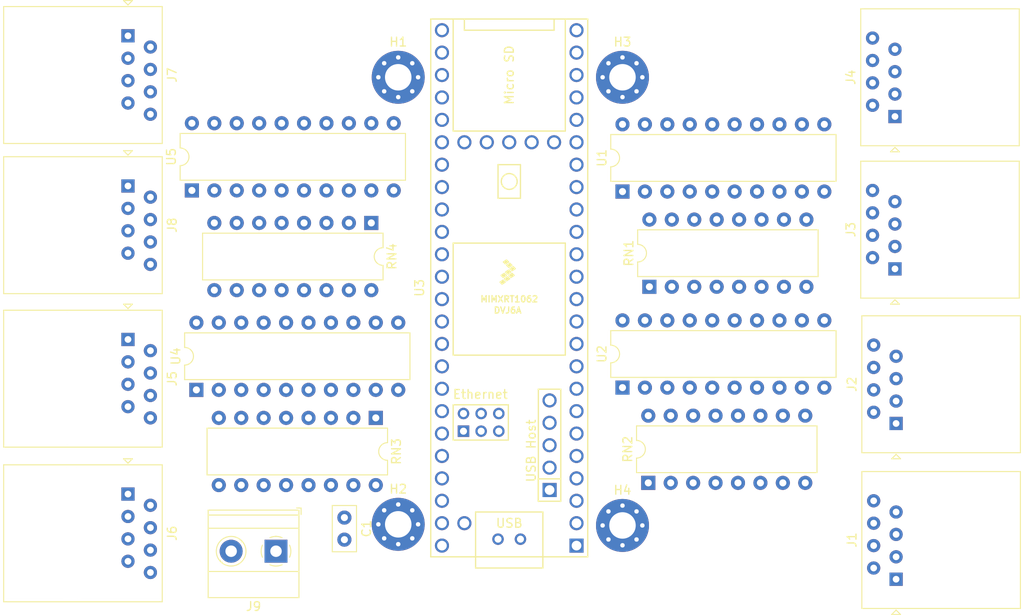
<source format=kicad_pcb>
(kicad_pcb (version 20171130) (host pcbnew "(5.1.8-0-10_14)")

  (general
    (thickness 1.6)
    (drawings 0)
    (tracks 0)
    (zones 0)
    (modules 23)
    (nets 132)
  )

  (page A4)
  (layers
    (0 F.Cu signal)
    (31 B.Cu signal)
    (32 B.Adhes user)
    (33 F.Adhes user)
    (34 B.Paste user)
    (35 F.Paste user)
    (36 B.SilkS user)
    (37 F.SilkS user)
    (38 B.Mask user)
    (39 F.Mask user)
    (40 Dwgs.User user)
    (41 Cmts.User user)
    (42 Eco1.User user)
    (43 Eco2.User user)
    (44 Edge.Cuts user)
    (45 Margin user)
    (46 B.CrtYd user)
    (47 F.CrtYd user)
    (48 B.Fab user)
    (49 F.Fab user)
  )

  (setup
    (last_trace_width 0.25)
    (trace_clearance 0.2)
    (zone_clearance 0.508)
    (zone_45_only no)
    (trace_min 0.2)
    (via_size 0.8)
    (via_drill 0.4)
    (via_min_size 0.4)
    (via_min_drill 0.3)
    (uvia_size 0.3)
    (uvia_drill 0.1)
    (uvias_allowed no)
    (uvia_min_size 0.2)
    (uvia_min_drill 0.1)
    (edge_width 0.05)
    (segment_width 0.2)
    (pcb_text_width 0.3)
    (pcb_text_size 1.5 1.5)
    (mod_edge_width 0.12)
    (mod_text_size 1 1)
    (mod_text_width 0.15)
    (pad_size 1.524 1.524)
    (pad_drill 0.762)
    (pad_to_mask_clearance 0.051)
    (solder_mask_min_width 0.25)
    (aux_axis_origin 0 0)
    (visible_elements FFFFFF7F)
    (pcbplotparams
      (layerselection 0x010fc_ffffffff)
      (usegerberextensions false)
      (usegerberattributes false)
      (usegerberadvancedattributes false)
      (creategerberjobfile false)
      (excludeedgelayer true)
      (linewidth 0.100000)
      (plotframeref false)
      (viasonmask false)
      (mode 1)
      (useauxorigin false)
      (hpglpennumber 1)
      (hpglpenspeed 20)
      (hpglpendiameter 15.000000)
      (psnegative false)
      (psa4output false)
      (plotreference true)
      (plotvalue true)
      (plotinvisibletext false)
      (padsonsilk false)
      (subtractmaskfromsilk false)
      (outputformat 1)
      (mirror false)
      (drillshape 1)
      (scaleselection 1)
      (outputdirectory ""))
  )

  (net 0 "")
  (net 1 "Net-(RN1-Pad16)")
  (net 2 "Net-(RN1-Pad15)")
  (net 3 "Net-(RN1-Pad14)")
  (net 4 "Net-(RN1-Pad13)")
  (net 5 "Net-(RN1-Pad12)")
  (net 6 "Net-(RN1-Pad11)")
  (net 7 "Net-(RN1-Pad10)")
  (net 8 "Net-(RN1-Pad9)")
  (net 9 "Net-(RN2-Pad9)")
  (net 10 "Net-(RN2-Pad10)")
  (net 11 "Net-(RN2-Pad11)")
  (net 12 "Net-(RN2-Pad12)")
  (net 13 "Net-(RN2-Pad13)")
  (net 14 "Net-(RN2-Pad14)")
  (net 15 "Net-(RN2-Pad15)")
  (net 16 "Net-(RN2-Pad16)")
  (net 17 "Net-(RN3-Pad8)")
  (net 18 "Net-(RN3-Pad7)")
  (net 19 "Net-(RN3-Pad6)")
  (net 20 "Net-(RN3-Pad5)")
  (net 21 "Net-(RN3-Pad4)")
  (net 22 "Net-(RN3-Pad3)")
  (net 23 "Net-(RN3-Pad2)")
  (net 24 "Net-(RN3-Pad1)")
  (net 25 "Net-(RN4-Pad1)")
  (net 26 "Net-(RN4-Pad2)")
  (net 27 "Net-(RN4-Pad3)")
  (net 28 "Net-(RN4-Pad4)")
  (net 29 "Net-(RN4-Pad5)")
  (net 30 "Net-(RN4-Pad6)")
  (net 31 "Net-(RN4-Pad7)")
  (net 32 "Net-(RN4-Pad8)")
  (net 33 "Net-(U1-Pad18)")
  (net 34 "Net-(U1-Pad17)")
  (net 35 "Net-(U1-Pad16)")
  (net 36 "Net-(U1-Pad15)")
  (net 37 "Net-(U1-Pad14)")
  (net 38 "Net-(U1-Pad13)")
  (net 39 "Net-(U1-Pad12)")
  (net 40 "Net-(U1-Pad11)")
  (net 41 "Net-(U2-Pad11)")
  (net 42 "Net-(U2-Pad12)")
  (net 43 "Net-(U2-Pad13)")
  (net 44 "Net-(U2-Pad14)")
  (net 45 "Net-(U2-Pad15)")
  (net 46 "Net-(U2-Pad16)")
  (net 47 "Net-(U2-Pad17)")
  (net 48 "Net-(U2-Pad18)")
  (net 49 "Net-(U3-Pad45)")
  (net 50 "Net-(U3-Pad44)")
  (net 51 "Net-(U3-Pad43)")
  (net 52 "Net-(U3-Pad42)")
  (net 53 "Net-(U3-Pad41)")
  (net 54 "Net-(U3-Pad40)")
  (net 55 "Net-(U3-Pad39)")
  (net 56 "Net-(U3-Pad38)")
  (net 57 "Net-(U3-Pad26)")
  (net 58 "Net-(U3-Pad27)")
  (net 59 "Net-(U3-Pad28)")
  (net 60 "Net-(U3-Pad29)")
  (net 61 "Net-(U3-Pad30)")
  (net 62 "Net-(U3-Pad31)")
  (net 63 "Net-(U3-Pad36)")
  (net 64 "Net-(U3-Pad37)")
  (net 65 GND)
  (net 66 "Net-(J1-Pad6)")
  (net 67 "Net-(J1-Pad4)")
  (net 68 "Net-(J1-Pad2)")
  (net 69 "Net-(J2-Pad2)")
  (net 70 "Net-(J2-Pad4)")
  (net 71 "Net-(J2-Pad6)")
  (net 72 "Net-(J2-Pad8)")
  (net 73 "Net-(J3-Pad8)")
  (net 74 "Net-(J3-Pad6)")
  (net 75 "Net-(J3-Pad4)")
  (net 76 "Net-(J3-Pad2)")
  (net 77 "Net-(J4-Pad2)")
  (net 78 "Net-(J4-Pad4)")
  (net 79 "Net-(J4-Pad6)")
  (net 80 "Net-(J4-Pad8)")
  (net 81 "Net-(J5-Pad8)")
  (net 82 "Net-(J5-Pad6)")
  (net 83 "Net-(J5-Pad4)")
  (net 84 "Net-(J5-Pad2)")
  (net 85 "Net-(J6-Pad2)")
  (net 86 "Net-(J6-Pad4)")
  (net 87 "Net-(J6-Pad6)")
  (net 88 "Net-(J6-Pad8)")
  (net 89 "Net-(J7-Pad8)")
  (net 90 "Net-(J7-Pad6)")
  (net 91 "Net-(J7-Pad4)")
  (net 92 "Net-(J7-Pad2)")
  (net 93 "Net-(J8-Pad2)")
  (net 94 "Net-(J8-Pad4)")
  (net 95 "Net-(J8-Pad6)")
  (net 96 "Net-(J8-Pad8)")
  (net 97 "Net-(U3-Pad49)")
  (net 98 "Net-(U3-Pad59)")
  (net 99 "Net-(U3-Pad58)")
  (net 100 "Net-(U3-Pad57)")
  (net 101 "Net-(U3-Pad56)")
  (net 102 "Net-(U3-Pad55)")
  (net 103 "Net-(U3-Pad46)")
  (net 104 "Net-(U3-Pad1)")
  (net 105 "Net-(U3-Pad2)")
  (net 106 "Net-(U3-Pad3)")
  (net 107 "Net-(U3-Pad4)")
  (net 108 "Net-(U3-Pad5)")
  (net 109 "Net-(U3-Pad6)")
  (net 110 "Net-(U3-Pad7)")
  (net 111 "Net-(U3-Pad34)")
  (net 112 "Net-(U3-Pad33)")
  (net 113 "Net-(U3-Pad32)")
  (net 114 "Net-(U3-Pad25)")
  (net 115 "Net-(U3-Pad21)")
  (net 116 "Net-(U3-Pad15)")
  (net 117 "Net-(U3-Pad60)")
  (net 118 "Net-(U3-Pad65)")
  (net 119 "Net-(U3-Pad61)")
  (net 120 "Net-(U3-Pad64)")
  (net 121 "Net-(U3-Pad63)")
  (net 122 "Net-(U3-Pad62)")
  (net 123 "Net-(U3-Pad50)")
  (net 124 "Net-(U3-Pad51)")
  (net 125 "Net-(U3-Pad52)")
  (net 126 "Net-(U3-Pad53)")
  (net 127 "Net-(U3-Pad54)")
  (net 128 "Net-(U3-Pad66)")
  (net 129 "Net-(U3-Pad67)")
  (net 130 "Net-(C1-Pad2)")
  (net 131 "Net-(H2-Pad1)")

  (net_class Default "This is the default net class."
    (clearance 0.2)
    (trace_width 0.25)
    (via_dia 0.8)
    (via_drill 0.4)
    (uvia_dia 0.3)
    (uvia_drill 0.1)
    (add_net GND)
    (add_net "Net-(C1-Pad2)")
    (add_net "Net-(H2-Pad1)")
    (add_net "Net-(J1-Pad2)")
    (add_net "Net-(J1-Pad4)")
    (add_net "Net-(J1-Pad6)")
    (add_net "Net-(J2-Pad2)")
    (add_net "Net-(J2-Pad4)")
    (add_net "Net-(J2-Pad6)")
    (add_net "Net-(J2-Pad8)")
    (add_net "Net-(J3-Pad2)")
    (add_net "Net-(J3-Pad4)")
    (add_net "Net-(J3-Pad6)")
    (add_net "Net-(J3-Pad8)")
    (add_net "Net-(J4-Pad2)")
    (add_net "Net-(J4-Pad4)")
    (add_net "Net-(J4-Pad6)")
    (add_net "Net-(J4-Pad8)")
    (add_net "Net-(J5-Pad2)")
    (add_net "Net-(J5-Pad4)")
    (add_net "Net-(J5-Pad6)")
    (add_net "Net-(J5-Pad8)")
    (add_net "Net-(J6-Pad2)")
    (add_net "Net-(J6-Pad4)")
    (add_net "Net-(J6-Pad6)")
    (add_net "Net-(J6-Pad8)")
    (add_net "Net-(J7-Pad2)")
    (add_net "Net-(J7-Pad4)")
    (add_net "Net-(J7-Pad6)")
    (add_net "Net-(J7-Pad8)")
    (add_net "Net-(J8-Pad2)")
    (add_net "Net-(J8-Pad4)")
    (add_net "Net-(J8-Pad6)")
    (add_net "Net-(J8-Pad8)")
    (add_net "Net-(RN1-Pad10)")
    (add_net "Net-(RN1-Pad11)")
    (add_net "Net-(RN1-Pad12)")
    (add_net "Net-(RN1-Pad13)")
    (add_net "Net-(RN1-Pad14)")
    (add_net "Net-(RN1-Pad15)")
    (add_net "Net-(RN1-Pad16)")
    (add_net "Net-(RN1-Pad9)")
    (add_net "Net-(RN2-Pad10)")
    (add_net "Net-(RN2-Pad11)")
    (add_net "Net-(RN2-Pad12)")
    (add_net "Net-(RN2-Pad13)")
    (add_net "Net-(RN2-Pad14)")
    (add_net "Net-(RN2-Pad15)")
    (add_net "Net-(RN2-Pad16)")
    (add_net "Net-(RN2-Pad9)")
    (add_net "Net-(RN3-Pad1)")
    (add_net "Net-(RN3-Pad2)")
    (add_net "Net-(RN3-Pad3)")
    (add_net "Net-(RN3-Pad4)")
    (add_net "Net-(RN3-Pad5)")
    (add_net "Net-(RN3-Pad6)")
    (add_net "Net-(RN3-Pad7)")
    (add_net "Net-(RN3-Pad8)")
    (add_net "Net-(RN4-Pad1)")
    (add_net "Net-(RN4-Pad2)")
    (add_net "Net-(RN4-Pad3)")
    (add_net "Net-(RN4-Pad4)")
    (add_net "Net-(RN4-Pad5)")
    (add_net "Net-(RN4-Pad6)")
    (add_net "Net-(RN4-Pad7)")
    (add_net "Net-(RN4-Pad8)")
    (add_net "Net-(U1-Pad11)")
    (add_net "Net-(U1-Pad12)")
    (add_net "Net-(U1-Pad13)")
    (add_net "Net-(U1-Pad14)")
    (add_net "Net-(U1-Pad15)")
    (add_net "Net-(U1-Pad16)")
    (add_net "Net-(U1-Pad17)")
    (add_net "Net-(U1-Pad18)")
    (add_net "Net-(U2-Pad11)")
    (add_net "Net-(U2-Pad12)")
    (add_net "Net-(U2-Pad13)")
    (add_net "Net-(U2-Pad14)")
    (add_net "Net-(U2-Pad15)")
    (add_net "Net-(U2-Pad16)")
    (add_net "Net-(U2-Pad17)")
    (add_net "Net-(U2-Pad18)")
    (add_net "Net-(U3-Pad1)")
    (add_net "Net-(U3-Pad15)")
    (add_net "Net-(U3-Pad2)")
    (add_net "Net-(U3-Pad21)")
    (add_net "Net-(U3-Pad25)")
    (add_net "Net-(U3-Pad26)")
    (add_net "Net-(U3-Pad27)")
    (add_net "Net-(U3-Pad28)")
    (add_net "Net-(U3-Pad29)")
    (add_net "Net-(U3-Pad3)")
    (add_net "Net-(U3-Pad30)")
    (add_net "Net-(U3-Pad31)")
    (add_net "Net-(U3-Pad32)")
    (add_net "Net-(U3-Pad33)")
    (add_net "Net-(U3-Pad34)")
    (add_net "Net-(U3-Pad36)")
    (add_net "Net-(U3-Pad37)")
    (add_net "Net-(U3-Pad38)")
    (add_net "Net-(U3-Pad39)")
    (add_net "Net-(U3-Pad4)")
    (add_net "Net-(U3-Pad40)")
    (add_net "Net-(U3-Pad41)")
    (add_net "Net-(U3-Pad42)")
    (add_net "Net-(U3-Pad43)")
    (add_net "Net-(U3-Pad44)")
    (add_net "Net-(U3-Pad45)")
    (add_net "Net-(U3-Pad46)")
    (add_net "Net-(U3-Pad49)")
    (add_net "Net-(U3-Pad5)")
    (add_net "Net-(U3-Pad50)")
    (add_net "Net-(U3-Pad51)")
    (add_net "Net-(U3-Pad52)")
    (add_net "Net-(U3-Pad53)")
    (add_net "Net-(U3-Pad54)")
    (add_net "Net-(U3-Pad55)")
    (add_net "Net-(U3-Pad56)")
    (add_net "Net-(U3-Pad57)")
    (add_net "Net-(U3-Pad58)")
    (add_net "Net-(U3-Pad59)")
    (add_net "Net-(U3-Pad6)")
    (add_net "Net-(U3-Pad60)")
    (add_net "Net-(U3-Pad61)")
    (add_net "Net-(U3-Pad62)")
    (add_net "Net-(U3-Pad63)")
    (add_net "Net-(U3-Pad64)")
    (add_net "Net-(U3-Pad65)")
    (add_net "Net-(U3-Pad66)")
    (add_net "Net-(U3-Pad67)")
    (add_net "Net-(U3-Pad7)")
  )

  (module teensy:Teensy41 (layer F.Cu) (tedit 5ED43644) (tstamp 5F987F62)
    (at 146.939 95.758 90)
    (path /5F979CE0)
    (fp_text reference U3 (at 0 -10.16 90) (layer F.SilkS)
      (effects (font (size 1 1) (thickness 0.15)))
    )
    (fp_text value Teensy4.1 (at 0 10.16 90) (layer F.Fab)
      (effects (font (size 1 1) (thickness 0.15)))
    )
    (fp_circle (center 12.065 0) (end 12.7 -0.635) (layer F.SilkS) (width 0.15))
    (fp_line (start -7.62 -6.35) (end -7.62 6.35) (layer F.SilkS) (width 0.15))
    (fp_line (start 5.08 -6.35) (end -7.62 -6.35) (layer F.SilkS) (width 0.15))
    (fp_line (start 5.08 6.35) (end 5.08 -6.35) (layer F.SilkS) (width 0.15))
    (fp_line (start -7.62 6.35) (end 5.08 6.35) (layer F.SilkS) (width 0.15))
    (fp_line (start -17.25 -6.3516) (end -17.25 -6.1016) (layer F.SilkS) (width 0.15))
    (fp_line (start -13.25 -6.3516) (end -17.25 -6.3516) (layer F.SilkS) (width 0.15))
    (fp_line (start -13.25 -0.1016) (end -13.25 -6.3516) (layer F.SilkS) (width 0.15))
    (fp_line (start -17.25 -0.1016) (end -13.25 -0.1016) (layer F.SilkS) (width 0.15))
    (fp_line (start -17.25 -6.1016) (end -17.25 -0.1016) (layer F.SilkS) (width 0.15))
    (fp_line (start -21.6408 3.2992) (end -21.6408 5.8392) (layer F.SilkS) (width 0.15))
    (fp_line (start -24.1808 3.2992) (end -21.6408 3.2992) (layer F.SilkS) (width 0.15))
    (fp_line (start -24.1808 5.8392) (end -24.1808 3.2992) (layer F.SilkS) (width 0.15))
    (fp_line (start -11.4808 5.8392) (end -24.1808 5.8392) (layer F.SilkS) (width 0.15))
    (fp_line (start -11.4808 3.2992) (end -11.4808 5.8392) (layer F.SilkS) (width 0.15))
    (fp_line (start -24.1808 3.2992) (end -11.4808 3.2992) (layer F.SilkS) (width 0.15))
    (fp_line (start 10.16 -1.27) (end 13.97 -1.27) (layer F.SilkS) (width 0.15))
    (fp_line (start 10.16 1.27) (end 10.16 -1.27) (layer F.SilkS) (width 0.15))
    (fp_line (start 13.97 1.27) (end 10.16 1.27) (layer F.SilkS) (width 0.15))
    (fp_line (start 13.97 -1.27) (end 13.97 1.27) (layer F.SilkS) (width 0.15))
    (fp_line (start 29.21 5.08) (end 30.48 5.08) (layer F.SilkS) (width 0.15))
    (fp_line (start 29.21 -5.08) (end 29.21 5.08) (layer F.SilkS) (width 0.15))
    (fp_line (start 30.48 -5.08) (end 29.21 -5.08) (layer F.SilkS) (width 0.15))
    (fp_line (start 17.78 6.35) (end 30.48 6.35) (layer F.SilkS) (width 0.15))
    (fp_line (start 17.78 -6.35) (end 17.78 6.35) (layer F.SilkS) (width 0.15))
    (fp_line (start 30.48 -6.35) (end 17.78 -6.35) (layer F.SilkS) (width 0.15))
    (fp_line (start -30.48 3.81) (end -31.75 3.81) (layer F.SilkS) (width 0.15))
    (fp_line (start -31.75 3.81) (end -31.75 -3.81) (layer F.SilkS) (width 0.15))
    (fp_line (start -31.75 -3.81) (end -30.48 -3.81) (layer F.SilkS) (width 0.15))
    (fp_line (start -25.4 3.81) (end -25.4 -3.81) (layer F.SilkS) (width 0.15))
    (fp_line (start -25.4 -3.81) (end -30.48 -3.81) (layer F.SilkS) (width 0.15))
    (fp_line (start -25.4 3.81) (end -30.48 3.81) (layer F.SilkS) (width 0.15))
    (fp_line (start -30.48 -8.89) (end 30.48 -8.89) (layer F.SilkS) (width 0.15))
    (fp_line (start 30.48 -8.89) (end 30.48 8.89) (layer F.SilkS) (width 0.15))
    (fp_line (start 30.48 8.89) (end -30.48 8.89) (layer F.SilkS) (width 0.15))
    (fp_line (start -30.48 8.89) (end -30.48 -8.89) (layer F.SilkS) (width 0.15))
    (fp_poly (pts (xy 2.435 0.455) (xy 2.181 0.709) (xy 1.927 0.328) (xy 2.181 0.074)) (layer F.SilkS) (width 0.1))
    (fp_poly (pts (xy 2.054 -0.053) (xy 1.8 0.201) (xy 1.546 -0.18) (xy 1.8 -0.434)) (layer F.SilkS) (width 0.1))
    (fp_poly (pts (xy 1.673 -0.561) (xy 1.419 -0.307) (xy 1.165 -0.688) (xy 1.419 -0.942)) (layer F.SilkS) (width 0.1))
    (fp_poly (pts (xy 1.673 0.328) (xy 1.419 0.582) (xy 1.165 0.201) (xy 1.419 -0.053)) (layer F.SilkS) (width 0.1))
    (fp_poly (pts (xy 1.292 -0.18) (xy 1.038 0.074) (xy 0.784 -0.307) (xy 1.038 -0.561)) (layer F.SilkS) (width 0.1))
    (fp_poly (pts (xy 0.911 -0.688) (xy 0.657 -0.434) (xy 0.403 -0.815) (xy 0.657 -1.069)) (layer F.SilkS) (width 0.1))
    (fp_poly (pts (xy 2.816 0.074) (xy 2.562 0.328) (xy 2.308 -0.053) (xy 2.562 -0.307)) (layer F.SilkS) (width 0.1))
    (fp_poly (pts (xy 3.197 -0.307) (xy 2.943 -0.053) (xy 2.689 -0.434) (xy 2.943 -0.688)) (layer F.SilkS) (width 0.1))
    (fp_text user DVJ6A (at -2.54 -0.18 180) (layer F.SilkS)
      (effects (font (size 0.7 0.7) (thickness 0.15)))
    )
    (fp_text user MIMXRT1062 (at -1.27 0 180) (layer F.SilkS)
      (effects (font (size 0.7 0.7) (thickness 0.15)))
    )
    (fp_text user "Micro SD" (at 24.13 0 90) (layer F.SilkS)
      (effects (font (size 1 1) (thickness 0.15)))
    )
    (fp_text user USB (at -26.67 0 180) (layer F.SilkS)
      (effects (font (size 1 1) (thickness 0.15)))
    )
    (fp_text user Ethernet (at -12.065 -3.2766) (layer F.SilkS)
      (effects (font (size 1 1) (thickness 0.15)))
    )
    (fp_text user "USB Host" (at -18.4658 2.4892 90) (layer F.SilkS)
      (effects (font (size 1 1) (thickness 0.15)))
    )
    (pad 49 thru_hole circle (at -26.67 -5.08 90) (size 1.6 1.6) (drill 1.1) (layers *.Cu *.Mask)
      (net 97 "Net-(U3-Pad49)"))
    (pad 59 thru_hole circle (at -12.7508 4.5692 90) (size 1.6 1.6) (drill 1.1) (layers *.Cu *.Mask)
      (net 98 "Net-(U3-Pad59)"))
    (pad 58 thru_hole circle (at -15.2908 4.5692 90) (size 1.6 1.6) (drill 1.1) (layers *.Cu *.Mask)
      (net 99 "Net-(U3-Pad58)"))
    (pad 57 thru_hole circle (at -17.8308 4.5692 90) (size 1.6 1.6) (drill 1.1) (layers *.Cu *.Mask)
      (net 100 "Net-(U3-Pad57)"))
    (pad 56 thru_hole circle (at -20.3708 4.5692 90) (size 1.6 1.6) (drill 1.1) (layers *.Cu *.Mask)
      (net 101 "Net-(U3-Pad56)"))
    (pad 55 thru_hole rect (at -22.9108 4.5692 90) (size 1.6 1.6) (drill 1.1) (layers *.Cu *.Mask)
      (net 102 "Net-(U3-Pad55)"))
    (pad 48 thru_hole circle (at -29.21 -7.62 90) (size 1.6 1.6) (drill 1.1) (layers *.Cu *.Mask)
      (net 130 "Net-(C1-Pad2)"))
    (pad 47 thru_hole circle (at -26.67 -7.62 90) (size 1.6 1.6) (drill 1.1) (layers *.Cu *.Mask)
      (net 65 GND))
    (pad 46 thru_hole circle (at -24.13 -7.62 90) (size 1.6 1.6) (drill 1.1) (layers *.Cu *.Mask)
      (net 103 "Net-(U3-Pad46)"))
    (pad 45 thru_hole circle (at -21.59 -7.62 90) (size 1.6 1.6) (drill 1.1) (layers *.Cu *.Mask)
      (net 49 "Net-(U3-Pad45)"))
    (pad 44 thru_hole circle (at -19.05 -7.62 90) (size 1.6 1.6) (drill 1.1) (layers *.Cu *.Mask)
      (net 50 "Net-(U3-Pad44)"))
    (pad 43 thru_hole circle (at -16.51 -7.62 90) (size 1.6 1.6) (drill 1.1) (layers *.Cu *.Mask)
      (net 51 "Net-(U3-Pad43)"))
    (pad 42 thru_hole circle (at -13.97 -7.62 90) (size 1.6 1.6) (drill 1.1) (layers *.Cu *.Mask)
      (net 52 "Net-(U3-Pad42)"))
    (pad 41 thru_hole circle (at -11.43 -7.62 90) (size 1.6 1.6) (drill 1.1) (layers *.Cu *.Mask)
      (net 53 "Net-(U3-Pad41)"))
    (pad 40 thru_hole circle (at -8.89 -7.62 90) (size 1.6 1.6) (drill 1.1) (layers *.Cu *.Mask)
      (net 54 "Net-(U3-Pad40)"))
    (pad 39 thru_hole circle (at -6.35 -7.62 90) (size 1.6 1.6) (drill 1.1) (layers *.Cu *.Mask)
      (net 55 "Net-(U3-Pad39)"))
    (pad 38 thru_hole circle (at -3.81 -7.62 90) (size 1.6 1.6) (drill 1.1) (layers *.Cu *.Mask)
      (net 56 "Net-(U3-Pad38)"))
    (pad 37 thru_hole circle (at -1.27 -7.62 90) (size 1.6 1.6) (drill 1.1) (layers *.Cu *.Mask)
      (net 64 "Net-(U3-Pad37)"))
    (pad 36 thru_hole circle (at 1.27 -7.62 90) (size 1.6 1.6) (drill 1.1) (layers *.Cu *.Mask)
      (net 63 "Net-(U3-Pad36)"))
    (pad 35 thru_hole circle (at 3.81 -7.62 90) (size 1.6 1.6) (drill 1.1) (layers *.Cu *.Mask)
      (net 41 "Net-(U2-Pad11)"))
    (pad 1 thru_hole rect (at -29.21 7.62 90) (size 1.6 1.6) (drill 1.1) (layers *.Cu *.Mask)
      (net 104 "Net-(U3-Pad1)"))
    (pad 2 thru_hole circle (at -26.67 7.62 90) (size 1.6 1.6) (drill 1.1) (layers *.Cu *.Mask)
      (net 105 "Net-(U3-Pad2)"))
    (pad 3 thru_hole circle (at -24.13 7.62 90) (size 1.6 1.6) (drill 1.1) (layers *.Cu *.Mask)
      (net 106 "Net-(U3-Pad3)"))
    (pad 4 thru_hole circle (at -21.59 7.62 90) (size 1.6 1.6) (drill 1.1) (layers *.Cu *.Mask)
      (net 107 "Net-(U3-Pad4)"))
    (pad 5 thru_hole circle (at -19.05 7.62 90) (size 1.6 1.6) (drill 1.1) (layers *.Cu *.Mask)
      (net 108 "Net-(U3-Pad5)"))
    (pad 6 thru_hole circle (at -16.51 7.62 90) (size 1.6 1.6) (drill 1.1) (layers *.Cu *.Mask)
      (net 109 "Net-(U3-Pad6)"))
    (pad 7 thru_hole circle (at -13.97 7.62 90) (size 1.6 1.6) (drill 1.1) (layers *.Cu *.Mask)
      (net 110 "Net-(U3-Pad7)"))
    (pad 8 thru_hole circle (at -11.43 7.62 90) (size 1.6 1.6) (drill 1.1) (layers *.Cu *.Mask)
      (net 48 "Net-(U2-Pad18)"))
    (pad 9 thru_hole circle (at -8.89 7.62 90) (size 1.6 1.6) (drill 1.1) (layers *.Cu *.Mask)
      (net 47 "Net-(U2-Pad17)"))
    (pad 10 thru_hole circle (at -6.35 7.62 90) (size 1.6 1.6) (drill 1.1) (layers *.Cu *.Mask)
      (net 46 "Net-(U2-Pad16)"))
    (pad 11 thru_hole circle (at -3.81 7.62 90) (size 1.6 1.6) (drill 1.1) (layers *.Cu *.Mask)
      (net 45 "Net-(U2-Pad15)"))
    (pad 12 thru_hole circle (at -1.27 7.62 90) (size 1.6 1.6) (drill 1.1) (layers *.Cu *.Mask)
      (net 44 "Net-(U2-Pad14)"))
    (pad 13 thru_hole circle (at 1.27 7.62 90) (size 1.6 1.6) (drill 1.1) (layers *.Cu *.Mask)
      (net 43 "Net-(U2-Pad13)"))
    (pad 34 thru_hole circle (at 6.35 -7.62 90) (size 1.6 1.6) (drill 1.1) (layers *.Cu *.Mask)
      (net 111 "Net-(U3-Pad34)"))
    (pad 33 thru_hole circle (at 8.89 -7.62 90) (size 1.6 1.6) (drill 1.1) (layers *.Cu *.Mask)
      (net 112 "Net-(U3-Pad33)"))
    (pad 32 thru_hole circle (at 11.43 -7.62 90) (size 1.6 1.6) (drill 1.1) (layers *.Cu *.Mask)
      (net 113 "Net-(U3-Pad32)"))
    (pad 31 thru_hole circle (at 13.97 -7.62 90) (size 1.6 1.6) (drill 1.1) (layers *.Cu *.Mask)
      (net 62 "Net-(U3-Pad31)"))
    (pad 30 thru_hole circle (at 16.51 -7.62 90) (size 1.6 1.6) (drill 1.1) (layers *.Cu *.Mask)
      (net 61 "Net-(U3-Pad30)"))
    (pad 29 thru_hole circle (at 19.05 -7.62 90) (size 1.6 1.6) (drill 1.1) (layers *.Cu *.Mask)
      (net 60 "Net-(U3-Pad29)"))
    (pad 28 thru_hole circle (at 21.59 -7.62 90) (size 1.6 1.6) (drill 1.1) (layers *.Cu *.Mask)
      (net 59 "Net-(U3-Pad28)"))
    (pad 27 thru_hole circle (at 24.13 -7.62 90) (size 1.6 1.6) (drill 1.1) (layers *.Cu *.Mask)
      (net 58 "Net-(U3-Pad27)"))
    (pad 26 thru_hole circle (at 26.67 -7.62 90) (size 1.6 1.6) (drill 1.1) (layers *.Cu *.Mask)
      (net 57 "Net-(U3-Pad26)"))
    (pad 25 thru_hole circle (at 29.21 -7.62 90) (size 1.6 1.6) (drill 1.1) (layers *.Cu *.Mask)
      (net 114 "Net-(U3-Pad25)"))
    (pad 24 thru_hole circle (at 29.21 7.62 90) (size 1.6 1.6) (drill 1.1) (layers *.Cu *.Mask)
      (net 40 "Net-(U1-Pad11)"))
    (pad 23 thru_hole circle (at 26.67 7.62 90) (size 1.6 1.6) (drill 1.1) (layers *.Cu *.Mask)
      (net 39 "Net-(U1-Pad12)"))
    (pad 22 thru_hole circle (at 24.13 7.62 90) (size 1.6 1.6) (drill 1.1) (layers *.Cu *.Mask)
      (net 38 "Net-(U1-Pad13)"))
    (pad 21 thru_hole circle (at 21.59 7.62 90) (size 1.6 1.6) (drill 1.1) (layers *.Cu *.Mask)
      (net 115 "Net-(U3-Pad21)"))
    (pad 14 thru_hole circle (at 3.81 7.62 90) (size 1.6 1.6) (drill 1.1) (layers *.Cu *.Mask)
      (net 42 "Net-(U2-Pad12)"))
    (pad 15 thru_hole circle (at 6.35 7.62 90) (size 1.6 1.6) (drill 1.1) (layers *.Cu *.Mask)
      (net 116 "Net-(U3-Pad15)"))
    (pad 16 thru_hole circle (at 8.89 7.62 90) (size 1.6 1.6) (drill 1.1) (layers *.Cu *.Mask)
      (net 33 "Net-(U1-Pad18)"))
    (pad 20 thru_hole circle (at 19.05 7.62 90) (size 1.6 1.6) (drill 1.1) (layers *.Cu *.Mask)
      (net 37 "Net-(U1-Pad14)"))
    (pad 19 thru_hole circle (at 16.51 7.62 90) (size 1.6 1.6) (drill 1.1) (layers *.Cu *.Mask)
      (net 36 "Net-(U1-Pad15)"))
    (pad 18 thru_hole circle (at 13.97 7.62 90) (size 1.6 1.6) (drill 1.1) (layers *.Cu *.Mask)
      (net 35 "Net-(U1-Pad16)"))
    (pad 17 thru_hole circle (at 11.43 7.62 90) (size 1.6 1.6) (drill 1.1) (layers *.Cu *.Mask)
      (net 34 "Net-(U1-Pad17)"))
    (pad 60 thru_hole rect (at -16.24 -5.1816 90) (size 1.3 1.3) (drill 0.8) (layers *.Cu *.Mask)
      (net 117 "Net-(U3-Pad60)"))
    (pad 65 thru_hole circle (at -14.24 -5.1816 90) (size 1.3 1.3) (drill 0.8) (layers *.Cu *.Mask)
      (net 118 "Net-(U3-Pad65)"))
    (pad 61 thru_hole circle (at -16.24 -3.1816 90) (size 1.3 1.3) (drill 0.8) (layers *.Cu *.Mask)
      (net 119 "Net-(U3-Pad61)"))
    (pad 64 thru_hole circle (at -14.24 -3.1816 90) (size 1.3 1.3) (drill 0.8) (layers *.Cu *.Mask)
      (net 120 "Net-(U3-Pad64)"))
    (pad 63 thru_hole circle (at -14.24 -1.1816 90) (size 1.3 1.3) (drill 0.8) (layers *.Cu *.Mask)
      (net 121 "Net-(U3-Pad63)"))
    (pad 62 thru_hole circle (at -16.24 -1.1816 90) (size 1.3 1.3) (drill 0.8) (layers *.Cu *.Mask)
      (net 122 "Net-(U3-Pad62)"))
    (pad 50 thru_hole circle (at 16.51 5.08 90) (size 1.6 1.6) (drill 1.1) (layers *.Cu *.Mask)
      (net 123 "Net-(U3-Pad50)"))
    (pad 51 thru_hole circle (at 16.51 2.54 90) (size 1.6 1.6) (drill 1.1) (layers *.Cu *.Mask)
      (net 124 "Net-(U3-Pad51)"))
    (pad 52 thru_hole circle (at 16.51 0 90) (size 1.6 1.6) (drill 1.1) (layers *.Cu *.Mask)
      (net 125 "Net-(U3-Pad52)"))
    (pad 53 thru_hole circle (at 16.51 -2.54 90) (size 1.6 1.6) (drill 1.1) (layers *.Cu *.Mask)
      (net 126 "Net-(U3-Pad53)"))
    (pad 54 thru_hole circle (at 16.51 -5.08 90) (size 1.6 1.6) (drill 1.1) (layers *.Cu *.Mask)
      (net 127 "Net-(U3-Pad54)"))
    (pad 66 thru_hole circle (at -28.48 1.27 90) (size 1.3 1.3) (drill 0.8) (layers *.Cu *.Mask)
      (net 128 "Net-(U3-Pad66)"))
    (pad 67 thru_hole circle (at -28.48 -1.27 90) (size 1.3 1.3) (drill 0.8) (layers *.Cu *.Mask)
      (net 129 "Net-(U3-Pad67)"))
    (model ${KICAD_USER_DIR}/teensy.pretty/Teensy_4.1_Assembly.STEP
      (offset (xyz 0 0 0.762))
      (scale (xyz 1 1 1))
      (rotate (xyz 0 0 0))
    )
  )

  (module Package_DIP:DIP-16_W7.62mm (layer F.Cu) (tedit 5A02E8C5) (tstamp 5F988C71)
    (at 162.814 95.631 90)
    (descr "16-lead though-hole mounted DIP package, row spacing 7.62 mm (300 mils)")
    (tags "THT DIP DIL PDIP 2.54mm 7.62mm 300mil")
    (path /5F9818A3)
    (fp_text reference RN1 (at 3.81 -2.33 90) (layer F.SilkS)
      (effects (font (size 1 1) (thickness 0.15)))
    )
    (fp_text value R_Pack08 (at 3.81 20.11 90) (layer F.Fab)
      (effects (font (size 1 1) (thickness 0.15)))
    )
    (fp_line (start 1.635 -1.27) (end 6.985 -1.27) (layer F.Fab) (width 0.1))
    (fp_line (start 6.985 -1.27) (end 6.985 19.05) (layer F.Fab) (width 0.1))
    (fp_line (start 6.985 19.05) (end 0.635 19.05) (layer F.Fab) (width 0.1))
    (fp_line (start 0.635 19.05) (end 0.635 -0.27) (layer F.Fab) (width 0.1))
    (fp_line (start 0.635 -0.27) (end 1.635 -1.27) (layer F.Fab) (width 0.1))
    (fp_line (start 2.81 -1.33) (end 1.16 -1.33) (layer F.SilkS) (width 0.12))
    (fp_line (start 1.16 -1.33) (end 1.16 19.11) (layer F.SilkS) (width 0.12))
    (fp_line (start 1.16 19.11) (end 6.46 19.11) (layer F.SilkS) (width 0.12))
    (fp_line (start 6.46 19.11) (end 6.46 -1.33) (layer F.SilkS) (width 0.12))
    (fp_line (start 6.46 -1.33) (end 4.81 -1.33) (layer F.SilkS) (width 0.12))
    (fp_line (start -1.1 -1.55) (end -1.1 19.3) (layer F.CrtYd) (width 0.05))
    (fp_line (start -1.1 19.3) (end 8.7 19.3) (layer F.CrtYd) (width 0.05))
    (fp_line (start 8.7 19.3) (end 8.7 -1.55) (layer F.CrtYd) (width 0.05))
    (fp_line (start 8.7 -1.55) (end -1.1 -1.55) (layer F.CrtYd) (width 0.05))
    (fp_text user %R (at 3.81 8.89 90) (layer F.Fab)
      (effects (font (size 1 1) (thickness 0.15)))
    )
    (fp_arc (start 3.81 -1.33) (end 2.81 -1.33) (angle -180) (layer F.SilkS) (width 0.12))
    (pad 16 thru_hole oval (at 7.62 0 90) (size 1.6 1.6) (drill 0.8) (layers *.Cu *.Mask)
      (net 1 "Net-(RN1-Pad16)"))
    (pad 8 thru_hole oval (at 0 17.78 90) (size 1.6 1.6) (drill 0.8) (layers *.Cu *.Mask)
      (net 77 "Net-(J4-Pad2)"))
    (pad 15 thru_hole oval (at 7.62 2.54 90) (size 1.6 1.6) (drill 0.8) (layers *.Cu *.Mask)
      (net 2 "Net-(RN1-Pad15)"))
    (pad 7 thru_hole oval (at 0 15.24 90) (size 1.6 1.6) (drill 0.8) (layers *.Cu *.Mask)
      (net 78 "Net-(J4-Pad4)"))
    (pad 14 thru_hole oval (at 7.62 5.08 90) (size 1.6 1.6) (drill 0.8) (layers *.Cu *.Mask)
      (net 3 "Net-(RN1-Pad14)"))
    (pad 6 thru_hole oval (at 0 12.7 90) (size 1.6 1.6) (drill 0.8) (layers *.Cu *.Mask)
      (net 79 "Net-(J4-Pad6)"))
    (pad 13 thru_hole oval (at 7.62 7.62 90) (size 1.6 1.6) (drill 0.8) (layers *.Cu *.Mask)
      (net 4 "Net-(RN1-Pad13)"))
    (pad 5 thru_hole oval (at 0 10.16 90) (size 1.6 1.6) (drill 0.8) (layers *.Cu *.Mask)
      (net 80 "Net-(J4-Pad8)"))
    (pad 12 thru_hole oval (at 7.62 10.16 90) (size 1.6 1.6) (drill 0.8) (layers *.Cu *.Mask)
      (net 5 "Net-(RN1-Pad12)"))
    (pad 4 thru_hole oval (at 0 7.62 90) (size 1.6 1.6) (drill 0.8) (layers *.Cu *.Mask)
      (net 76 "Net-(J3-Pad2)"))
    (pad 11 thru_hole oval (at 7.62 12.7 90) (size 1.6 1.6) (drill 0.8) (layers *.Cu *.Mask)
      (net 6 "Net-(RN1-Pad11)"))
    (pad 3 thru_hole oval (at 0 5.08 90) (size 1.6 1.6) (drill 0.8) (layers *.Cu *.Mask)
      (net 75 "Net-(J3-Pad4)"))
    (pad 10 thru_hole oval (at 7.62 15.24 90) (size 1.6 1.6) (drill 0.8) (layers *.Cu *.Mask)
      (net 7 "Net-(RN1-Pad10)"))
    (pad 2 thru_hole oval (at 0 2.54 90) (size 1.6 1.6) (drill 0.8) (layers *.Cu *.Mask)
      (net 74 "Net-(J3-Pad6)"))
    (pad 9 thru_hole oval (at 7.62 17.78 90) (size 1.6 1.6) (drill 0.8) (layers *.Cu *.Mask)
      (net 8 "Net-(RN1-Pad9)"))
    (pad 1 thru_hole rect (at 0 0 90) (size 1.6 1.6) (drill 0.8) (layers *.Cu *.Mask)
      (net 73 "Net-(J3-Pad8)"))
    (model ${KISYS3DMOD}/Package_DIP.3dshapes/DIP-16_W7.62mm.wrl
      (at (xyz 0 0 0))
      (scale (xyz 1 1 1))
      (rotate (xyz 0 0 0))
    )
  )

  (module Package_DIP:DIP-16_W7.62mm (layer F.Cu) (tedit 5A02E8C5) (tstamp 5F9D9A97)
    (at 162.687 117.856 90)
    (descr "16-lead though-hole mounted DIP package, row spacing 7.62 mm (300 mils)")
    (tags "THT DIP DIL PDIP 2.54mm 7.62mm 300mil")
    (path /5F97F38C)
    (fp_text reference RN2 (at 3.81 -2.33 90) (layer F.SilkS)
      (effects (font (size 1 1) (thickness 0.15)))
    )
    (fp_text value R_Pack08 (at 3.81 20.11 90) (layer F.Fab)
      (effects (font (size 1 1) (thickness 0.15)))
    )
    (fp_line (start 8.7 -1.55) (end -1.1 -1.55) (layer F.CrtYd) (width 0.05))
    (fp_line (start 8.7 19.3) (end 8.7 -1.55) (layer F.CrtYd) (width 0.05))
    (fp_line (start -1.1 19.3) (end 8.7 19.3) (layer F.CrtYd) (width 0.05))
    (fp_line (start -1.1 -1.55) (end -1.1 19.3) (layer F.CrtYd) (width 0.05))
    (fp_line (start 6.46 -1.33) (end 4.81 -1.33) (layer F.SilkS) (width 0.12))
    (fp_line (start 6.46 19.11) (end 6.46 -1.33) (layer F.SilkS) (width 0.12))
    (fp_line (start 1.16 19.11) (end 6.46 19.11) (layer F.SilkS) (width 0.12))
    (fp_line (start 1.16 -1.33) (end 1.16 19.11) (layer F.SilkS) (width 0.12))
    (fp_line (start 2.81 -1.33) (end 1.16 -1.33) (layer F.SilkS) (width 0.12))
    (fp_line (start 0.635 -0.27) (end 1.635 -1.27) (layer F.Fab) (width 0.1))
    (fp_line (start 0.635 19.05) (end 0.635 -0.27) (layer F.Fab) (width 0.1))
    (fp_line (start 6.985 19.05) (end 0.635 19.05) (layer F.Fab) (width 0.1))
    (fp_line (start 6.985 -1.27) (end 6.985 19.05) (layer F.Fab) (width 0.1))
    (fp_line (start 1.635 -1.27) (end 6.985 -1.27) (layer F.Fab) (width 0.1))
    (fp_arc (start 3.81 -1.33) (end 2.81 -1.33) (angle -180) (layer F.SilkS) (width 0.12))
    (fp_text user %R (at 3.81 8.89) (layer F.Fab)
      (effects (font (size 1 1) (thickness 0.15)))
    )
    (pad 1 thru_hole rect (at 0 0 90) (size 1.6 1.6) (drill 0.8) (layers *.Cu *.Mask)
      (net 131 "Net-(H2-Pad1)"))
    (pad 9 thru_hole oval (at 7.62 17.78 90) (size 1.6 1.6) (drill 0.8) (layers *.Cu *.Mask)
      (net 9 "Net-(RN2-Pad9)"))
    (pad 2 thru_hole oval (at 0 2.54 90) (size 1.6 1.6) (drill 0.8) (layers *.Cu *.Mask)
      (net 66 "Net-(J1-Pad6)"))
    (pad 10 thru_hole oval (at 7.62 15.24 90) (size 1.6 1.6) (drill 0.8) (layers *.Cu *.Mask)
      (net 10 "Net-(RN2-Pad10)"))
    (pad 3 thru_hole oval (at 0 5.08 90) (size 1.6 1.6) (drill 0.8) (layers *.Cu *.Mask)
      (net 67 "Net-(J1-Pad4)"))
    (pad 11 thru_hole oval (at 7.62 12.7 90) (size 1.6 1.6) (drill 0.8) (layers *.Cu *.Mask)
      (net 11 "Net-(RN2-Pad11)"))
    (pad 4 thru_hole oval (at 0 7.62 90) (size 1.6 1.6) (drill 0.8) (layers *.Cu *.Mask)
      (net 68 "Net-(J1-Pad2)"))
    (pad 12 thru_hole oval (at 7.62 10.16 90) (size 1.6 1.6) (drill 0.8) (layers *.Cu *.Mask)
      (net 12 "Net-(RN2-Pad12)"))
    (pad 5 thru_hole oval (at 0 10.16 90) (size 1.6 1.6) (drill 0.8) (layers *.Cu *.Mask)
      (net 72 "Net-(J2-Pad8)"))
    (pad 13 thru_hole oval (at 7.62 7.62 90) (size 1.6 1.6) (drill 0.8) (layers *.Cu *.Mask)
      (net 13 "Net-(RN2-Pad13)"))
    (pad 6 thru_hole oval (at 0 12.7 90) (size 1.6 1.6) (drill 0.8) (layers *.Cu *.Mask)
      (net 71 "Net-(J2-Pad6)"))
    (pad 14 thru_hole oval (at 7.62 5.08 90) (size 1.6 1.6) (drill 0.8) (layers *.Cu *.Mask)
      (net 14 "Net-(RN2-Pad14)"))
    (pad 7 thru_hole oval (at 0 15.24 90) (size 1.6 1.6) (drill 0.8) (layers *.Cu *.Mask)
      (net 70 "Net-(J2-Pad4)"))
    (pad 15 thru_hole oval (at 7.62 2.54 90) (size 1.6 1.6) (drill 0.8) (layers *.Cu *.Mask)
      (net 15 "Net-(RN2-Pad15)"))
    (pad 8 thru_hole oval (at 0 17.78 90) (size 1.6 1.6) (drill 0.8) (layers *.Cu *.Mask)
      (net 69 "Net-(J2-Pad2)"))
    (pad 16 thru_hole oval (at 7.62 0 90) (size 1.6 1.6) (drill 0.8) (layers *.Cu *.Mask)
      (net 16 "Net-(RN2-Pad16)"))
    (model ${KISYS3DMOD}/Package_DIP.3dshapes/DIP-16_W7.62mm.wrl
      (at (xyz 0 0 0))
      (scale (xyz 1 1 1))
      (rotate (xyz 0 0 0))
    )
  )

  (module Package_DIP:DIP-16_W7.62mm (layer F.Cu) (tedit 5A02E8C5) (tstamp 5F97AE69)
    (at 131.826 110.49 270)
    (descr "16-lead though-hole mounted DIP package, row spacing 7.62 mm (300 mils)")
    (tags "THT DIP DIL PDIP 2.54mm 7.62mm 300mil")
    (path /5F9831C4)
    (fp_text reference RN3 (at 3.81 -2.33 90) (layer F.SilkS)
      (effects (font (size 1 1) (thickness 0.15)))
    )
    (fp_text value R_Pack08 (at 3.81 20.11 90) (layer F.Fab)
      (effects (font (size 1 1) (thickness 0.15)))
    )
    (fp_line (start 1.635 -1.27) (end 6.985 -1.27) (layer F.Fab) (width 0.1))
    (fp_line (start 6.985 -1.27) (end 6.985 19.05) (layer F.Fab) (width 0.1))
    (fp_line (start 6.985 19.05) (end 0.635 19.05) (layer F.Fab) (width 0.1))
    (fp_line (start 0.635 19.05) (end 0.635 -0.27) (layer F.Fab) (width 0.1))
    (fp_line (start 0.635 -0.27) (end 1.635 -1.27) (layer F.Fab) (width 0.1))
    (fp_line (start 2.81 -1.33) (end 1.16 -1.33) (layer F.SilkS) (width 0.12))
    (fp_line (start 1.16 -1.33) (end 1.16 19.11) (layer F.SilkS) (width 0.12))
    (fp_line (start 1.16 19.11) (end 6.46 19.11) (layer F.SilkS) (width 0.12))
    (fp_line (start 6.46 19.11) (end 6.46 -1.33) (layer F.SilkS) (width 0.12))
    (fp_line (start 6.46 -1.33) (end 4.81 -1.33) (layer F.SilkS) (width 0.12))
    (fp_line (start -1.1 -1.55) (end -1.1 19.3) (layer F.CrtYd) (width 0.05))
    (fp_line (start -1.1 19.3) (end 8.7 19.3) (layer F.CrtYd) (width 0.05))
    (fp_line (start 8.7 19.3) (end 8.7 -1.55) (layer F.CrtYd) (width 0.05))
    (fp_line (start 8.7 -1.55) (end -1.1 -1.55) (layer F.CrtYd) (width 0.05))
    (fp_text user %R (at 3.81 8.89 90) (layer F.Fab)
      (effects (font (size 1 1) (thickness 0.15)))
    )
    (fp_arc (start 3.81 -1.33) (end 2.81 -1.33) (angle -180) (layer F.SilkS) (width 0.12))
    (pad 16 thru_hole oval (at 7.62 0 270) (size 1.6 1.6) (drill 0.8) (layers *.Cu *.Mask)
      (net 84 "Net-(J5-Pad2)"))
    (pad 8 thru_hole oval (at 0 17.78 270) (size 1.6 1.6) (drill 0.8) (layers *.Cu *.Mask)
      (net 17 "Net-(RN3-Pad8)"))
    (pad 15 thru_hole oval (at 7.62 2.54 270) (size 1.6 1.6) (drill 0.8) (layers *.Cu *.Mask)
      (net 83 "Net-(J5-Pad4)"))
    (pad 7 thru_hole oval (at 0 15.24 270) (size 1.6 1.6) (drill 0.8) (layers *.Cu *.Mask)
      (net 18 "Net-(RN3-Pad7)"))
    (pad 14 thru_hole oval (at 7.62 5.08 270) (size 1.6 1.6) (drill 0.8) (layers *.Cu *.Mask)
      (net 82 "Net-(J5-Pad6)"))
    (pad 6 thru_hole oval (at 0 12.7 270) (size 1.6 1.6) (drill 0.8) (layers *.Cu *.Mask)
      (net 19 "Net-(RN3-Pad6)"))
    (pad 13 thru_hole oval (at 7.62 7.62 270) (size 1.6 1.6) (drill 0.8) (layers *.Cu *.Mask)
      (net 81 "Net-(J5-Pad8)"))
    (pad 5 thru_hole oval (at 0 10.16 270) (size 1.6 1.6) (drill 0.8) (layers *.Cu *.Mask)
      (net 20 "Net-(RN3-Pad5)"))
    (pad 12 thru_hole oval (at 7.62 10.16 270) (size 1.6 1.6) (drill 0.8) (layers *.Cu *.Mask)
      (net 85 "Net-(J6-Pad2)"))
    (pad 4 thru_hole oval (at 0 7.62 270) (size 1.6 1.6) (drill 0.8) (layers *.Cu *.Mask)
      (net 21 "Net-(RN3-Pad4)"))
    (pad 11 thru_hole oval (at 7.62 12.7 270) (size 1.6 1.6) (drill 0.8) (layers *.Cu *.Mask)
      (net 86 "Net-(J6-Pad4)"))
    (pad 3 thru_hole oval (at 0 5.08 270) (size 1.6 1.6) (drill 0.8) (layers *.Cu *.Mask)
      (net 22 "Net-(RN3-Pad3)"))
    (pad 10 thru_hole oval (at 7.62 15.24 270) (size 1.6 1.6) (drill 0.8) (layers *.Cu *.Mask)
      (net 87 "Net-(J6-Pad6)"))
    (pad 2 thru_hole oval (at 0 2.54 270) (size 1.6 1.6) (drill 0.8) (layers *.Cu *.Mask)
      (net 23 "Net-(RN3-Pad2)"))
    (pad 9 thru_hole oval (at 7.62 17.78 270) (size 1.6 1.6) (drill 0.8) (layers *.Cu *.Mask)
      (net 88 "Net-(J6-Pad8)"))
    (pad 1 thru_hole rect (at 0 0 270) (size 1.6 1.6) (drill 0.8) (layers *.Cu *.Mask)
      (net 24 "Net-(RN3-Pad1)"))
    (model ${KISYS3DMOD}/Package_DIP.3dshapes/DIP-16_W7.62mm.wrl
      (at (xyz 0 0 0))
      (scale (xyz 1 1 1))
      (rotate (xyz 0 0 0))
    )
  )

  (module Package_DIP:DIP-16_W7.62mm (layer F.Cu) (tedit 5A02E8C5) (tstamp 5F988A20)
    (at 131.318 88.392 270)
    (descr "16-lead though-hole mounted DIP package, row spacing 7.62 mm (300 mils)")
    (tags "THT DIP DIL PDIP 2.54mm 7.62mm 300mil")
    (path /5F9847DD)
    (fp_text reference RN4 (at 3.81 -2.33 90) (layer F.SilkS)
      (effects (font (size 1 1) (thickness 0.15)))
    )
    (fp_text value R_Pack08 (at 3.81 20.11 90) (layer F.Fab)
      (effects (font (size 1 1) (thickness 0.15)))
    )
    (fp_line (start 8.7 -1.55) (end -1.1 -1.55) (layer F.CrtYd) (width 0.05))
    (fp_line (start 8.7 19.3) (end 8.7 -1.55) (layer F.CrtYd) (width 0.05))
    (fp_line (start -1.1 19.3) (end 8.7 19.3) (layer F.CrtYd) (width 0.05))
    (fp_line (start -1.1 -1.55) (end -1.1 19.3) (layer F.CrtYd) (width 0.05))
    (fp_line (start 6.46 -1.33) (end 4.81 -1.33) (layer F.SilkS) (width 0.12))
    (fp_line (start 6.46 19.11) (end 6.46 -1.33) (layer F.SilkS) (width 0.12))
    (fp_line (start 1.16 19.11) (end 6.46 19.11) (layer F.SilkS) (width 0.12))
    (fp_line (start 1.16 -1.33) (end 1.16 19.11) (layer F.SilkS) (width 0.12))
    (fp_line (start 2.81 -1.33) (end 1.16 -1.33) (layer F.SilkS) (width 0.12))
    (fp_line (start 0.635 -0.27) (end 1.635 -1.27) (layer F.Fab) (width 0.1))
    (fp_line (start 0.635 19.05) (end 0.635 -0.27) (layer F.Fab) (width 0.1))
    (fp_line (start 6.985 19.05) (end 0.635 19.05) (layer F.Fab) (width 0.1))
    (fp_line (start 6.985 -1.27) (end 6.985 19.05) (layer F.Fab) (width 0.1))
    (fp_line (start 1.635 -1.27) (end 6.985 -1.27) (layer F.Fab) (width 0.1))
    (fp_arc (start 3.81 -1.33) (end 2.81 -1.33) (angle -180) (layer F.SilkS) (width 0.12))
    (fp_text user %R (at 3.81 8.89 90) (layer F.Fab)
      (effects (font (size 1 1) (thickness 0.15)))
    )
    (pad 1 thru_hole rect (at 0 0 270) (size 1.6 1.6) (drill 0.8) (layers *.Cu *.Mask)
      (net 25 "Net-(RN4-Pad1)"))
    (pad 9 thru_hole oval (at 7.62 17.78 270) (size 1.6 1.6) (drill 0.8) (layers *.Cu *.Mask)
      (net 96 "Net-(J8-Pad8)"))
    (pad 2 thru_hole oval (at 0 2.54 270) (size 1.6 1.6) (drill 0.8) (layers *.Cu *.Mask)
      (net 26 "Net-(RN4-Pad2)"))
    (pad 10 thru_hole oval (at 7.62 15.24 270) (size 1.6 1.6) (drill 0.8) (layers *.Cu *.Mask)
      (net 95 "Net-(J8-Pad6)"))
    (pad 3 thru_hole oval (at 0 5.08 270) (size 1.6 1.6) (drill 0.8) (layers *.Cu *.Mask)
      (net 27 "Net-(RN4-Pad3)"))
    (pad 11 thru_hole oval (at 7.62 12.7 270) (size 1.6 1.6) (drill 0.8) (layers *.Cu *.Mask)
      (net 94 "Net-(J8-Pad4)"))
    (pad 4 thru_hole oval (at 0 7.62 270) (size 1.6 1.6) (drill 0.8) (layers *.Cu *.Mask)
      (net 28 "Net-(RN4-Pad4)"))
    (pad 12 thru_hole oval (at 7.62 10.16 270) (size 1.6 1.6) (drill 0.8) (layers *.Cu *.Mask)
      (net 93 "Net-(J8-Pad2)"))
    (pad 5 thru_hole oval (at 0 10.16 270) (size 1.6 1.6) (drill 0.8) (layers *.Cu *.Mask)
      (net 29 "Net-(RN4-Pad5)"))
    (pad 13 thru_hole oval (at 7.62 7.62 270) (size 1.6 1.6) (drill 0.8) (layers *.Cu *.Mask)
      (net 89 "Net-(J7-Pad8)"))
    (pad 6 thru_hole oval (at 0 12.7 270) (size 1.6 1.6) (drill 0.8) (layers *.Cu *.Mask)
      (net 30 "Net-(RN4-Pad6)"))
    (pad 14 thru_hole oval (at 7.62 5.08 270) (size 1.6 1.6) (drill 0.8) (layers *.Cu *.Mask)
      (net 90 "Net-(J7-Pad6)"))
    (pad 7 thru_hole oval (at 0 15.24 270) (size 1.6 1.6) (drill 0.8) (layers *.Cu *.Mask)
      (net 31 "Net-(RN4-Pad7)"))
    (pad 15 thru_hole oval (at 7.62 2.54 270) (size 1.6 1.6) (drill 0.8) (layers *.Cu *.Mask)
      (net 91 "Net-(J7-Pad4)"))
    (pad 8 thru_hole oval (at 0 17.78 270) (size 1.6 1.6) (drill 0.8) (layers *.Cu *.Mask)
      (net 32 "Net-(RN4-Pad8)"))
    (pad 16 thru_hole oval (at 7.62 0 270) (size 1.6 1.6) (drill 0.8) (layers *.Cu *.Mask)
      (net 92 "Net-(J7-Pad2)"))
    (model ${KISYS3DMOD}/Package_DIP.3dshapes/DIP-16_W7.62mm.wrl
      (at (xyz 0 0 0))
      (scale (xyz 1 1 1))
      (rotate (xyz 0 0 0))
    )
  )

  (module Package_DIP:DIP-20_W7.62mm (layer F.Cu) (tedit 5A02E8C5) (tstamp 5F97AEB5)
    (at 159.766 84.836 90)
    (descr "20-lead though-hole mounted DIP package, row spacing 7.62 mm (300 mils)")
    (tags "THT DIP DIL PDIP 2.54mm 7.62mm 300mil")
    (path /5F97CA76)
    (fp_text reference U1 (at 3.81 -2.33 90) (layer F.SilkS)
      (effects (font (size 1 1) (thickness 0.15)))
    )
    (fp_text value 74HC245 (at 3.81 25.19 90) (layer F.Fab)
      (effects (font (size 1 1) (thickness 0.15)))
    )
    (fp_line (start 1.635 -1.27) (end 6.985 -1.27) (layer F.Fab) (width 0.1))
    (fp_line (start 6.985 -1.27) (end 6.985 24.13) (layer F.Fab) (width 0.1))
    (fp_line (start 6.985 24.13) (end 0.635 24.13) (layer F.Fab) (width 0.1))
    (fp_line (start 0.635 24.13) (end 0.635 -0.27) (layer F.Fab) (width 0.1))
    (fp_line (start 0.635 -0.27) (end 1.635 -1.27) (layer F.Fab) (width 0.1))
    (fp_line (start 2.81 -1.33) (end 1.16 -1.33) (layer F.SilkS) (width 0.12))
    (fp_line (start 1.16 -1.33) (end 1.16 24.19) (layer F.SilkS) (width 0.12))
    (fp_line (start 1.16 24.19) (end 6.46 24.19) (layer F.SilkS) (width 0.12))
    (fp_line (start 6.46 24.19) (end 6.46 -1.33) (layer F.SilkS) (width 0.12))
    (fp_line (start 6.46 -1.33) (end 4.81 -1.33) (layer F.SilkS) (width 0.12))
    (fp_line (start -1.1 -1.55) (end -1.1 24.4) (layer F.CrtYd) (width 0.05))
    (fp_line (start -1.1 24.4) (end 8.7 24.4) (layer F.CrtYd) (width 0.05))
    (fp_line (start 8.7 24.4) (end 8.7 -1.55) (layer F.CrtYd) (width 0.05))
    (fp_line (start 8.7 -1.55) (end -1.1 -1.55) (layer F.CrtYd) (width 0.05))
    (fp_text user %R (at 3.81 11.43 90) (layer F.Fab)
      (effects (font (size 1 1) (thickness 0.15)))
    )
    (fp_arc (start 3.81 -1.33) (end 2.81 -1.33) (angle -180) (layer F.SilkS) (width 0.12))
    (pad 20 thru_hole oval (at 7.62 0 90) (size 1.6 1.6) (drill 0.8) (layers *.Cu *.Mask)
      (net 130 "Net-(C1-Pad2)"))
    (pad 10 thru_hole oval (at 0 22.86 90) (size 1.6 1.6) (drill 0.8) (layers *.Cu *.Mask)
      (net 65 GND))
    (pad 19 thru_hole oval (at 7.62 2.54 90) (size 1.6 1.6) (drill 0.8) (layers *.Cu *.Mask)
      (net 65 GND))
    (pad 9 thru_hole oval (at 0 20.32 90) (size 1.6 1.6) (drill 0.8) (layers *.Cu *.Mask)
      (net 8 "Net-(RN1-Pad9)"))
    (pad 18 thru_hole oval (at 7.62 5.08 90) (size 1.6 1.6) (drill 0.8) (layers *.Cu *.Mask)
      (net 33 "Net-(U1-Pad18)"))
    (pad 8 thru_hole oval (at 0 17.78 90) (size 1.6 1.6) (drill 0.8) (layers *.Cu *.Mask)
      (net 7 "Net-(RN1-Pad10)"))
    (pad 17 thru_hole oval (at 7.62 7.62 90) (size 1.6 1.6) (drill 0.8) (layers *.Cu *.Mask)
      (net 34 "Net-(U1-Pad17)"))
    (pad 7 thru_hole oval (at 0 15.24 90) (size 1.6 1.6) (drill 0.8) (layers *.Cu *.Mask)
      (net 6 "Net-(RN1-Pad11)"))
    (pad 16 thru_hole oval (at 7.62 10.16 90) (size 1.6 1.6) (drill 0.8) (layers *.Cu *.Mask)
      (net 35 "Net-(U1-Pad16)"))
    (pad 6 thru_hole oval (at 0 12.7 90) (size 1.6 1.6) (drill 0.8) (layers *.Cu *.Mask)
      (net 5 "Net-(RN1-Pad12)"))
    (pad 15 thru_hole oval (at 7.62 12.7 90) (size 1.6 1.6) (drill 0.8) (layers *.Cu *.Mask)
      (net 36 "Net-(U1-Pad15)"))
    (pad 5 thru_hole oval (at 0 10.16 90) (size 1.6 1.6) (drill 0.8) (layers *.Cu *.Mask)
      (net 4 "Net-(RN1-Pad13)"))
    (pad 14 thru_hole oval (at 7.62 15.24 90) (size 1.6 1.6) (drill 0.8) (layers *.Cu *.Mask)
      (net 37 "Net-(U1-Pad14)"))
    (pad 4 thru_hole oval (at 0 7.62 90) (size 1.6 1.6) (drill 0.8) (layers *.Cu *.Mask)
      (net 3 "Net-(RN1-Pad14)"))
    (pad 13 thru_hole oval (at 7.62 17.78 90) (size 1.6 1.6) (drill 0.8) (layers *.Cu *.Mask)
      (net 38 "Net-(U1-Pad13)"))
    (pad 3 thru_hole oval (at 0 5.08 90) (size 1.6 1.6) (drill 0.8) (layers *.Cu *.Mask)
      (net 2 "Net-(RN1-Pad15)"))
    (pad 12 thru_hole oval (at 7.62 20.32 90) (size 1.6 1.6) (drill 0.8) (layers *.Cu *.Mask)
      (net 39 "Net-(U1-Pad12)"))
    (pad 2 thru_hole oval (at 0 2.54 90) (size 1.6 1.6) (drill 0.8) (layers *.Cu *.Mask)
      (net 1 "Net-(RN1-Pad16)"))
    (pad 11 thru_hole oval (at 7.62 22.86 90) (size 1.6 1.6) (drill 0.8) (layers *.Cu *.Mask)
      (net 40 "Net-(U1-Pad11)"))
    (pad 1 thru_hole rect (at 0 0 90) (size 1.6 1.6) (drill 0.8) (layers *.Cu *.Mask)
      (net 130 "Net-(C1-Pad2)"))
    (model ${KISYS3DMOD}/Package_DIP.3dshapes/DIP-20_W7.62mm.wrl
      (at (xyz 0 0 0))
      (scale (xyz 1 1 1))
      (rotate (xyz 0 0 0))
    )
  )

  (module Package_DIP:DIP-20_W7.62mm (layer F.Cu) (tedit 5A02E8C5) (tstamp 5F97AEDD)
    (at 159.766 107.061 90)
    (descr "20-lead though-hole mounted DIP package, row spacing 7.62 mm (300 mils)")
    (tags "THT DIP DIL PDIP 2.54mm 7.62mm 300mil")
    (path /5F97AA9F)
    (fp_text reference U2 (at 3.81 -2.33 90) (layer F.SilkS)
      (effects (font (size 1 1) (thickness 0.15)))
    )
    (fp_text value 74HC245 (at 3.81 25.19 90) (layer F.Fab)
      (effects (font (size 1 1) (thickness 0.15)))
    )
    (fp_line (start 8.7 -1.55) (end -1.1 -1.55) (layer F.CrtYd) (width 0.05))
    (fp_line (start 8.7 24.4) (end 8.7 -1.55) (layer F.CrtYd) (width 0.05))
    (fp_line (start -1.1 24.4) (end 8.7 24.4) (layer F.CrtYd) (width 0.05))
    (fp_line (start -1.1 -1.55) (end -1.1 24.4) (layer F.CrtYd) (width 0.05))
    (fp_line (start 6.46 -1.33) (end 4.81 -1.33) (layer F.SilkS) (width 0.12))
    (fp_line (start 6.46 24.19) (end 6.46 -1.33) (layer F.SilkS) (width 0.12))
    (fp_line (start 1.16 24.19) (end 6.46 24.19) (layer F.SilkS) (width 0.12))
    (fp_line (start 1.16 -1.33) (end 1.16 24.19) (layer F.SilkS) (width 0.12))
    (fp_line (start 2.81 -1.33) (end 1.16 -1.33) (layer F.SilkS) (width 0.12))
    (fp_line (start 0.635 -0.27) (end 1.635 -1.27) (layer F.Fab) (width 0.1))
    (fp_line (start 0.635 24.13) (end 0.635 -0.27) (layer F.Fab) (width 0.1))
    (fp_line (start 6.985 24.13) (end 0.635 24.13) (layer F.Fab) (width 0.1))
    (fp_line (start 6.985 -1.27) (end 6.985 24.13) (layer F.Fab) (width 0.1))
    (fp_line (start 1.635 -1.27) (end 6.985 -1.27) (layer F.Fab) (width 0.1))
    (fp_arc (start 3.81 -1.33) (end 2.81 -1.33) (angle -180) (layer F.SilkS) (width 0.12))
    (fp_text user %R (at 3.81 11.43) (layer F.Fab)
      (effects (font (size 1 1) (thickness 0.15)))
    )
    (pad 1 thru_hole rect (at 0 0 90) (size 1.6 1.6) (drill 0.8) (layers *.Cu *.Mask)
      (net 130 "Net-(C1-Pad2)"))
    (pad 11 thru_hole oval (at 7.62 22.86 90) (size 1.6 1.6) (drill 0.8) (layers *.Cu *.Mask)
      (net 41 "Net-(U2-Pad11)"))
    (pad 2 thru_hole oval (at 0 2.54 90) (size 1.6 1.6) (drill 0.8) (layers *.Cu *.Mask)
      (net 16 "Net-(RN2-Pad16)"))
    (pad 12 thru_hole oval (at 7.62 20.32 90) (size 1.6 1.6) (drill 0.8) (layers *.Cu *.Mask)
      (net 42 "Net-(U2-Pad12)"))
    (pad 3 thru_hole oval (at 0 5.08 90) (size 1.6 1.6) (drill 0.8) (layers *.Cu *.Mask)
      (net 15 "Net-(RN2-Pad15)"))
    (pad 13 thru_hole oval (at 7.62 17.78 90) (size 1.6 1.6) (drill 0.8) (layers *.Cu *.Mask)
      (net 43 "Net-(U2-Pad13)"))
    (pad 4 thru_hole oval (at 0 7.62 90) (size 1.6 1.6) (drill 0.8) (layers *.Cu *.Mask)
      (net 14 "Net-(RN2-Pad14)"))
    (pad 14 thru_hole oval (at 7.62 15.24 90) (size 1.6 1.6) (drill 0.8) (layers *.Cu *.Mask)
      (net 44 "Net-(U2-Pad14)"))
    (pad 5 thru_hole oval (at 0 10.16 90) (size 1.6 1.6) (drill 0.8) (layers *.Cu *.Mask)
      (net 13 "Net-(RN2-Pad13)"))
    (pad 15 thru_hole oval (at 7.62 12.7 90) (size 1.6 1.6) (drill 0.8) (layers *.Cu *.Mask)
      (net 45 "Net-(U2-Pad15)"))
    (pad 6 thru_hole oval (at 0 12.7 90) (size 1.6 1.6) (drill 0.8) (layers *.Cu *.Mask)
      (net 12 "Net-(RN2-Pad12)"))
    (pad 16 thru_hole oval (at 7.62 10.16 90) (size 1.6 1.6) (drill 0.8) (layers *.Cu *.Mask)
      (net 46 "Net-(U2-Pad16)"))
    (pad 7 thru_hole oval (at 0 15.24 90) (size 1.6 1.6) (drill 0.8) (layers *.Cu *.Mask)
      (net 11 "Net-(RN2-Pad11)"))
    (pad 17 thru_hole oval (at 7.62 7.62 90) (size 1.6 1.6) (drill 0.8) (layers *.Cu *.Mask)
      (net 47 "Net-(U2-Pad17)"))
    (pad 8 thru_hole oval (at 0 17.78 90) (size 1.6 1.6) (drill 0.8) (layers *.Cu *.Mask)
      (net 10 "Net-(RN2-Pad10)"))
    (pad 18 thru_hole oval (at 7.62 5.08 90) (size 1.6 1.6) (drill 0.8) (layers *.Cu *.Mask)
      (net 48 "Net-(U2-Pad18)"))
    (pad 9 thru_hole oval (at 0 20.32 90) (size 1.6 1.6) (drill 0.8) (layers *.Cu *.Mask)
      (net 9 "Net-(RN2-Pad9)"))
    (pad 19 thru_hole oval (at 7.62 2.54 90) (size 1.6 1.6) (drill 0.8) (layers *.Cu *.Mask)
      (net 65 GND))
    (pad 10 thru_hole oval (at 0 22.86 90) (size 1.6 1.6) (drill 0.8) (layers *.Cu *.Mask)
      (net 65 GND))
    (pad 20 thru_hole oval (at 7.62 0 90) (size 1.6 1.6) (drill 0.8) (layers *.Cu *.Mask)
      (net 130 "Net-(C1-Pad2)"))
    (model ${KISYS3DMOD}/Package_DIP.3dshapes/DIP-20_W7.62mm.wrl
      (at (xyz 0 0 0))
      (scale (xyz 1 1 1))
      (rotate (xyz 0 0 0))
    )
  )

  (module Package_DIP:DIP-20_W7.62mm (layer F.Cu) (tedit 5A02E8C5) (tstamp 5F97AF05)
    (at 111.506 107.315 90)
    (descr "20-lead though-hole mounted DIP package, row spacing 7.62 mm (300 mils)")
    (tags "THT DIP DIL PDIP 2.54mm 7.62mm 300mil")
    (path /5F97F230)
    (fp_text reference U4 (at 3.81 -2.33 90) (layer F.SilkS)
      (effects (font (size 1 1) (thickness 0.15)))
    )
    (fp_text value 74HC245 (at 3.81 25.19 90) (layer F.Fab)
      (effects (font (size 1 1) (thickness 0.15)))
    )
    (fp_line (start 8.7 -1.55) (end -1.1 -1.55) (layer F.CrtYd) (width 0.05))
    (fp_line (start 8.7 24.4) (end 8.7 -1.55) (layer F.CrtYd) (width 0.05))
    (fp_line (start -1.1 24.4) (end 8.7 24.4) (layer F.CrtYd) (width 0.05))
    (fp_line (start -1.1 -1.55) (end -1.1 24.4) (layer F.CrtYd) (width 0.05))
    (fp_line (start 6.46 -1.33) (end 4.81 -1.33) (layer F.SilkS) (width 0.12))
    (fp_line (start 6.46 24.19) (end 6.46 -1.33) (layer F.SilkS) (width 0.12))
    (fp_line (start 1.16 24.19) (end 6.46 24.19) (layer F.SilkS) (width 0.12))
    (fp_line (start 1.16 -1.33) (end 1.16 24.19) (layer F.SilkS) (width 0.12))
    (fp_line (start 2.81 -1.33) (end 1.16 -1.33) (layer F.SilkS) (width 0.12))
    (fp_line (start 0.635 -0.27) (end 1.635 -1.27) (layer F.Fab) (width 0.1))
    (fp_line (start 0.635 24.13) (end 0.635 -0.27) (layer F.Fab) (width 0.1))
    (fp_line (start 6.985 24.13) (end 0.635 24.13) (layer F.Fab) (width 0.1))
    (fp_line (start 6.985 -1.27) (end 6.985 24.13) (layer F.Fab) (width 0.1))
    (fp_line (start 1.635 -1.27) (end 6.985 -1.27) (layer F.Fab) (width 0.1))
    (fp_arc (start 3.81 -1.33) (end 2.81 -1.33) (angle -180) (layer F.SilkS) (width 0.12))
    (fp_text user %R (at 3.81 11.43 90) (layer F.Fab)
      (effects (font (size 1 1) (thickness 0.15)))
    )
    (pad 1 thru_hole rect (at 0 0 90) (size 1.6 1.6) (drill 0.8) (layers *.Cu *.Mask)
      (net 130 "Net-(C1-Pad2)"))
    (pad 11 thru_hole oval (at 7.62 22.86 90) (size 1.6 1.6) (drill 0.8) (layers *.Cu *.Mask)
      (net 49 "Net-(U3-Pad45)"))
    (pad 2 thru_hole oval (at 0 2.54 90) (size 1.6 1.6) (drill 0.8) (layers *.Cu *.Mask)
      (net 17 "Net-(RN3-Pad8)"))
    (pad 12 thru_hole oval (at 7.62 20.32 90) (size 1.6 1.6) (drill 0.8) (layers *.Cu *.Mask)
      (net 50 "Net-(U3-Pad44)"))
    (pad 3 thru_hole oval (at 0 5.08 90) (size 1.6 1.6) (drill 0.8) (layers *.Cu *.Mask)
      (net 18 "Net-(RN3-Pad7)"))
    (pad 13 thru_hole oval (at 7.62 17.78 90) (size 1.6 1.6) (drill 0.8) (layers *.Cu *.Mask)
      (net 51 "Net-(U3-Pad43)"))
    (pad 4 thru_hole oval (at 0 7.62 90) (size 1.6 1.6) (drill 0.8) (layers *.Cu *.Mask)
      (net 19 "Net-(RN3-Pad6)"))
    (pad 14 thru_hole oval (at 7.62 15.24 90) (size 1.6 1.6) (drill 0.8) (layers *.Cu *.Mask)
      (net 52 "Net-(U3-Pad42)"))
    (pad 5 thru_hole oval (at 0 10.16 90) (size 1.6 1.6) (drill 0.8) (layers *.Cu *.Mask)
      (net 20 "Net-(RN3-Pad5)"))
    (pad 15 thru_hole oval (at 7.62 12.7 90) (size 1.6 1.6) (drill 0.8) (layers *.Cu *.Mask)
      (net 53 "Net-(U3-Pad41)"))
    (pad 6 thru_hole oval (at 0 12.7 90) (size 1.6 1.6) (drill 0.8) (layers *.Cu *.Mask)
      (net 21 "Net-(RN3-Pad4)"))
    (pad 16 thru_hole oval (at 7.62 10.16 90) (size 1.6 1.6) (drill 0.8) (layers *.Cu *.Mask)
      (net 54 "Net-(U3-Pad40)"))
    (pad 7 thru_hole oval (at 0 15.24 90) (size 1.6 1.6) (drill 0.8) (layers *.Cu *.Mask)
      (net 22 "Net-(RN3-Pad3)"))
    (pad 17 thru_hole oval (at 7.62 7.62 90) (size 1.6 1.6) (drill 0.8) (layers *.Cu *.Mask)
      (net 55 "Net-(U3-Pad39)"))
    (pad 8 thru_hole oval (at 0 17.78 90) (size 1.6 1.6) (drill 0.8) (layers *.Cu *.Mask)
      (net 23 "Net-(RN3-Pad2)"))
    (pad 18 thru_hole oval (at 7.62 5.08 90) (size 1.6 1.6) (drill 0.8) (layers *.Cu *.Mask)
      (net 56 "Net-(U3-Pad38)"))
    (pad 9 thru_hole oval (at 0 20.32 90) (size 1.6 1.6) (drill 0.8) (layers *.Cu *.Mask)
      (net 24 "Net-(RN3-Pad1)"))
    (pad 19 thru_hole oval (at 7.62 2.54 90) (size 1.6 1.6) (drill 0.8) (layers *.Cu *.Mask)
      (net 65 GND))
    (pad 10 thru_hole oval (at 0 22.86 90) (size 1.6 1.6) (drill 0.8) (layers *.Cu *.Mask)
      (net 65 GND))
    (pad 20 thru_hole oval (at 7.62 0 90) (size 1.6 1.6) (drill 0.8) (layers *.Cu *.Mask)
      (net 130 "Net-(C1-Pad2)"))
    (model ${KISYS3DMOD}/Package_DIP.3dshapes/DIP-20_W7.62mm.wrl
      (at (xyz 0 0 0))
      (scale (xyz 1 1 1))
      (rotate (xyz 0 0 0))
    )
  )

  (module Package_DIP:DIP-20_W7.62mm (layer F.Cu) (tedit 5A02E8C5) (tstamp 5F97AF2D)
    (at 110.998 84.709 90)
    (descr "20-lead though-hole mounted DIP package, row spacing 7.62 mm (300 mils)")
    (tags "THT DIP DIL PDIP 2.54mm 7.62mm 300mil")
    (path /5F97E0F0)
    (fp_text reference U5 (at 3.81 -2.33 90) (layer F.SilkS)
      (effects (font (size 1 1) (thickness 0.15)))
    )
    (fp_text value 74HC245 (at 3.81 25.19 90) (layer F.Fab)
      (effects (font (size 1 1) (thickness 0.15)))
    )
    (fp_line (start 1.635 -1.27) (end 6.985 -1.27) (layer F.Fab) (width 0.1))
    (fp_line (start 6.985 -1.27) (end 6.985 24.13) (layer F.Fab) (width 0.1))
    (fp_line (start 6.985 24.13) (end 0.635 24.13) (layer F.Fab) (width 0.1))
    (fp_line (start 0.635 24.13) (end 0.635 -0.27) (layer F.Fab) (width 0.1))
    (fp_line (start 0.635 -0.27) (end 1.635 -1.27) (layer F.Fab) (width 0.1))
    (fp_line (start 2.81 -1.33) (end 1.16 -1.33) (layer F.SilkS) (width 0.12))
    (fp_line (start 1.16 -1.33) (end 1.16 24.19) (layer F.SilkS) (width 0.12))
    (fp_line (start 1.16 24.19) (end 6.46 24.19) (layer F.SilkS) (width 0.12))
    (fp_line (start 6.46 24.19) (end 6.46 -1.33) (layer F.SilkS) (width 0.12))
    (fp_line (start 6.46 -1.33) (end 4.81 -1.33) (layer F.SilkS) (width 0.12))
    (fp_line (start -1.1 -1.55) (end -1.1 24.4) (layer F.CrtYd) (width 0.05))
    (fp_line (start -1.1 24.4) (end 8.7 24.4) (layer F.CrtYd) (width 0.05))
    (fp_line (start 8.7 24.4) (end 8.7 -1.55) (layer F.CrtYd) (width 0.05))
    (fp_line (start 8.7 -1.55) (end -1.1 -1.55) (layer F.CrtYd) (width 0.05))
    (fp_text user %R (at 3.81 11.43 90) (layer F.Fab)
      (effects (font (size 1 1) (thickness 0.15)))
    )
    (fp_arc (start 3.81 -1.33) (end 2.81 -1.33) (angle -180) (layer F.SilkS) (width 0.12))
    (pad 20 thru_hole oval (at 7.62 0 90) (size 1.6 1.6) (drill 0.8) (layers *.Cu *.Mask)
      (net 130 "Net-(C1-Pad2)"))
    (pad 10 thru_hole oval (at 0 22.86 90) (size 1.6 1.6) (drill 0.8) (layers *.Cu *.Mask)
      (net 65 GND))
    (pad 19 thru_hole oval (at 7.62 2.54 90) (size 1.6 1.6) (drill 0.8) (layers *.Cu *.Mask)
      (net 65 GND))
    (pad 9 thru_hole oval (at 0 20.32 90) (size 1.6 1.6) (drill 0.8) (layers *.Cu *.Mask)
      (net 25 "Net-(RN4-Pad1)"))
    (pad 18 thru_hole oval (at 7.62 5.08 90) (size 1.6 1.6) (drill 0.8) (layers *.Cu *.Mask)
      (net 57 "Net-(U3-Pad26)"))
    (pad 8 thru_hole oval (at 0 17.78 90) (size 1.6 1.6) (drill 0.8) (layers *.Cu *.Mask)
      (net 26 "Net-(RN4-Pad2)"))
    (pad 17 thru_hole oval (at 7.62 7.62 90) (size 1.6 1.6) (drill 0.8) (layers *.Cu *.Mask)
      (net 58 "Net-(U3-Pad27)"))
    (pad 7 thru_hole oval (at 0 15.24 90) (size 1.6 1.6) (drill 0.8) (layers *.Cu *.Mask)
      (net 27 "Net-(RN4-Pad3)"))
    (pad 16 thru_hole oval (at 7.62 10.16 90) (size 1.6 1.6) (drill 0.8) (layers *.Cu *.Mask)
      (net 59 "Net-(U3-Pad28)"))
    (pad 6 thru_hole oval (at 0 12.7 90) (size 1.6 1.6) (drill 0.8) (layers *.Cu *.Mask)
      (net 28 "Net-(RN4-Pad4)"))
    (pad 15 thru_hole oval (at 7.62 12.7 90) (size 1.6 1.6) (drill 0.8) (layers *.Cu *.Mask)
      (net 60 "Net-(U3-Pad29)"))
    (pad 5 thru_hole oval (at 0 10.16 90) (size 1.6 1.6) (drill 0.8) (layers *.Cu *.Mask)
      (net 29 "Net-(RN4-Pad5)"))
    (pad 14 thru_hole oval (at 7.62 15.24 90) (size 1.6 1.6) (drill 0.8) (layers *.Cu *.Mask)
      (net 61 "Net-(U3-Pad30)"))
    (pad 4 thru_hole oval (at 0 7.62 90) (size 1.6 1.6) (drill 0.8) (layers *.Cu *.Mask)
      (net 30 "Net-(RN4-Pad6)"))
    (pad 13 thru_hole oval (at 7.62 17.78 90) (size 1.6 1.6) (drill 0.8) (layers *.Cu *.Mask)
      (net 62 "Net-(U3-Pad31)"))
    (pad 3 thru_hole oval (at 0 5.08 90) (size 1.6 1.6) (drill 0.8) (layers *.Cu *.Mask)
      (net 31 "Net-(RN4-Pad7)"))
    (pad 12 thru_hole oval (at 7.62 20.32 90) (size 1.6 1.6) (drill 0.8) (layers *.Cu *.Mask)
      (net 63 "Net-(U3-Pad36)"))
    (pad 2 thru_hole oval (at 0 2.54 90) (size 1.6 1.6) (drill 0.8) (layers *.Cu *.Mask)
      (net 32 "Net-(RN4-Pad8)"))
    (pad 11 thru_hole oval (at 7.62 22.86 90) (size 1.6 1.6) (drill 0.8) (layers *.Cu *.Mask)
      (net 64 "Net-(U3-Pad37)"))
    (pad 1 thru_hole rect (at 0 0 90) (size 1.6 1.6) (drill 0.8) (layers *.Cu *.Mask)
      (net 130 "Net-(C1-Pad2)"))
    (model ${KISYS3DMOD}/Package_DIP.3dshapes/DIP-20_W7.62mm.wrl
      (at (xyz 0 0 0))
      (scale (xyz 1 1 1))
      (rotate (xyz 0 0 0))
    )
  )

  (module Connector_RJ:RJ45_Amphenol_54602-x08_Horizontal (layer F.Cu) (tedit 5B103613) (tstamp 5F987E10)
    (at 190.754 128.778 90)
    (descr "8 Pol Shallow Latch Connector, Modjack, RJ45 (https://cdn.amphenol-icc.com/media/wysiwyg/files/drawing/c-bmj-0102.pdf)")
    (tags RJ45)
    (path /5F9DAF98)
    (fp_text reference J1 (at 4.445 -5 270) (layer F.SilkS)
      (effects (font (size 1 1) (thickness 0.15)))
    )
    (fp_text value RJ45 (at 4.445 4 270) (layer F.Fab)
      (effects (font (size 1 1) (thickness 0.15)))
    )
    (fp_line (start -4 0.5) (end -3.5 0) (layer F.SilkS) (width 0.12))
    (fp_line (start -4 -0.5) (end -4 0.5) (layer F.SilkS) (width 0.12))
    (fp_line (start -3.5 0) (end -4 -0.5) (layer F.SilkS) (width 0.12))
    (fp_line (start -3.205 13.97) (end -3.205 -2.77) (layer F.Fab) (width 0.12))
    (fp_line (start 12.095 13.97) (end -3.205 13.97) (layer F.Fab) (width 0.12))
    (fp_line (start 12.095 -3.77) (end 12.095 13.97) (layer F.Fab) (width 0.12))
    (fp_line (start -2.205 -3.77) (end 12.095 -3.77) (layer F.Fab) (width 0.12))
    (fp_line (start -3.205 -2.77) (end -2.205 -3.77) (layer F.Fab) (width 0.12))
    (fp_line (start -3.315 14.08) (end 12.205 14.08) (layer F.SilkS) (width 0.12))
    (fp_line (start 12.205 -3.88) (end 12.205 14.08) (layer F.SilkS) (width 0.12))
    (fp_line (start 12.205 -3.88) (end -3.315 -3.88) (layer F.SilkS) (width 0.12))
    (fp_line (start -3.315 -3.88) (end -3.315 14.08) (layer F.SilkS) (width 0.12))
    (fp_line (start -3.71 -4.27) (end 12.6 -4.27) (layer F.CrtYd) (width 0.05))
    (fp_line (start -3.71 -4.27) (end -3.71 14.47) (layer F.CrtYd) (width 0.05))
    (fp_line (start 12.6 14.47) (end 12.6 -4.27) (layer F.CrtYd) (width 0.05))
    (fp_line (start 12.6 14.47) (end -3.71 14.47) (layer F.CrtYd) (width 0.05))
    (fp_text user %R (at 4.445 2 270) (layer F.Fab)
      (effects (font (size 1 1) (thickness 0.15)))
    )
    (pad 8 thru_hole circle (at 8.89 -2.54 90) (size 1.5 1.5) (drill 0.76) (layers *.Cu *.Mask)
      (net 131 "Net-(H2-Pad1)"))
    (pad 7 thru_hole circle (at 7.62 0 90) (size 1.5 1.5) (drill 0.76) (layers *.Cu *.Mask)
      (net 65 GND))
    (pad 6 thru_hole circle (at 6.35 -2.54 90) (size 1.5 1.5) (drill 0.76) (layers *.Cu *.Mask)
      (net 66 "Net-(J1-Pad6)"))
    (pad 5 thru_hole circle (at 5.08 0 90) (size 1.5 1.5) (drill 0.76) (layers *.Cu *.Mask)
      (net 65 GND))
    (pad 4 thru_hole circle (at 3.81 -2.54 90) (size 1.5 1.5) (drill 0.76) (layers *.Cu *.Mask)
      (net 67 "Net-(J1-Pad4)"))
    (pad 3 thru_hole circle (at 2.54 0 90) (size 1.5 1.5) (drill 0.76) (layers *.Cu *.Mask)
      (net 65 GND))
    (pad 2 thru_hole circle (at 1.27 -2.54 90) (size 1.5 1.5) (drill 0.76) (layers *.Cu *.Mask)
      (net 68 "Net-(J1-Pad2)"))
    (pad 1 thru_hole rect (at 0 0 90) (size 1.5 1.5) (drill 0.76) (layers *.Cu *.Mask)
      (net 65 GND))
    (pad "" np_thru_hole circle (at -1.27 6.35 90) (size 3.2 3.2) (drill 3.2) (layers *.Cu *.Mask))
    (pad "" np_thru_hole circle (at 10.16 6.35 90) (size 3.2 3.2) (drill 3.2) (layers *.Cu *.Mask))
    (model ${KISYS3DMOD}/Connector_RJ.3dshapes/RJ45_Amphenol_54602-x08_Horizontal.wrl
      (at (xyz 0 0 0))
      (scale (xyz 1 1 1))
      (rotate (xyz 0 0 0))
    )
  )

  (module Connector_RJ:RJ45_Amphenol_54602-x08_Horizontal (layer F.Cu) (tedit 5B103613) (tstamp 5F98804A)
    (at 190.754 111.125 90)
    (descr "8 Pol Shallow Latch Connector, Modjack, RJ45 (https://cdn.amphenol-icc.com/media/wysiwyg/files/drawing/c-bmj-0102.pdf)")
    (tags RJ45)
    (path /5F9D9E52)
    (fp_text reference J2 (at 4.445 -5 270) (layer F.SilkS)
      (effects (font (size 1 1) (thickness 0.15)))
    )
    (fp_text value RJ45 (at 4.445 4 270) (layer F.Fab)
      (effects (font (size 1 1) (thickness 0.15)))
    )
    (fp_line (start 12.6 14.47) (end -3.71 14.47) (layer F.CrtYd) (width 0.05))
    (fp_line (start 12.6 14.47) (end 12.6 -4.27) (layer F.CrtYd) (width 0.05))
    (fp_line (start -3.71 -4.27) (end -3.71 14.47) (layer F.CrtYd) (width 0.05))
    (fp_line (start -3.71 -4.27) (end 12.6 -4.27) (layer F.CrtYd) (width 0.05))
    (fp_line (start -3.315 -3.88) (end -3.315 14.08) (layer F.SilkS) (width 0.12))
    (fp_line (start 12.205 -3.88) (end -3.315 -3.88) (layer F.SilkS) (width 0.12))
    (fp_line (start 12.205 -3.88) (end 12.205 14.08) (layer F.SilkS) (width 0.12))
    (fp_line (start -3.315 14.08) (end 12.205 14.08) (layer F.SilkS) (width 0.12))
    (fp_line (start -3.205 -2.77) (end -2.205 -3.77) (layer F.Fab) (width 0.12))
    (fp_line (start -2.205 -3.77) (end 12.095 -3.77) (layer F.Fab) (width 0.12))
    (fp_line (start 12.095 -3.77) (end 12.095 13.97) (layer F.Fab) (width 0.12))
    (fp_line (start 12.095 13.97) (end -3.205 13.97) (layer F.Fab) (width 0.12))
    (fp_line (start -3.205 13.97) (end -3.205 -2.77) (layer F.Fab) (width 0.12))
    (fp_line (start -3.5 0) (end -4 -0.5) (layer F.SilkS) (width 0.12))
    (fp_line (start -4 -0.5) (end -4 0.5) (layer F.SilkS) (width 0.12))
    (fp_line (start -4 0.5) (end -3.5 0) (layer F.SilkS) (width 0.12))
    (fp_text user %R (at 4.445 2 270) (layer F.Fab)
      (effects (font (size 1 1) (thickness 0.15)))
    )
    (pad "" np_thru_hole circle (at 10.16 6.35 90) (size 3.2 3.2) (drill 3.2) (layers *.Cu *.Mask))
    (pad "" np_thru_hole circle (at -1.27 6.35 90) (size 3.2 3.2) (drill 3.2) (layers *.Cu *.Mask))
    (pad 1 thru_hole rect (at 0 0 90) (size 1.5 1.5) (drill 0.76) (layers *.Cu *.Mask)
      (net 65 GND))
    (pad 2 thru_hole circle (at 1.27 -2.54 90) (size 1.5 1.5) (drill 0.76) (layers *.Cu *.Mask)
      (net 69 "Net-(J2-Pad2)"))
    (pad 3 thru_hole circle (at 2.54 0 90) (size 1.5 1.5) (drill 0.76) (layers *.Cu *.Mask)
      (net 65 GND))
    (pad 4 thru_hole circle (at 3.81 -2.54 90) (size 1.5 1.5) (drill 0.76) (layers *.Cu *.Mask)
      (net 70 "Net-(J2-Pad4)"))
    (pad 5 thru_hole circle (at 5.08 0 90) (size 1.5 1.5) (drill 0.76) (layers *.Cu *.Mask)
      (net 65 GND))
    (pad 6 thru_hole circle (at 6.35 -2.54 90) (size 1.5 1.5) (drill 0.76) (layers *.Cu *.Mask)
      (net 71 "Net-(J2-Pad6)"))
    (pad 7 thru_hole circle (at 7.62 0 90) (size 1.5 1.5) (drill 0.76) (layers *.Cu *.Mask)
      (net 65 GND))
    (pad 8 thru_hole circle (at 8.89 -2.54 90) (size 1.5 1.5) (drill 0.76) (layers *.Cu *.Mask)
      (net 72 "Net-(J2-Pad8)"))
    (model ${KISYS3DMOD}/Connector_RJ.3dshapes/RJ45_Amphenol_54602-x08_Horizontal.wrl
      (at (xyz 0 0 0))
      (scale (xyz 1 1 1))
      (rotate (xyz 0 0 0))
    )
  )

  (module Connector_RJ:RJ45_Amphenol_54602-x08_Horizontal (layer F.Cu) (tedit 5B103613) (tstamp 5F987E4E)
    (at 190.627 93.599 90)
    (descr "8 Pol Shallow Latch Connector, Modjack, RJ45 (https://cdn.amphenol-icc.com/media/wysiwyg/files/drawing/c-bmj-0102.pdf)")
    (tags RJ45)
    (path /5F9D7554)
    (fp_text reference J3 (at 4.445 -5 270) (layer F.SilkS)
      (effects (font (size 1 1) (thickness 0.15)))
    )
    (fp_text value RJ45 (at 4.445 4 270) (layer F.Fab)
      (effects (font (size 1 1) (thickness 0.15)))
    )
    (fp_line (start -4 0.5) (end -3.5 0) (layer F.SilkS) (width 0.12))
    (fp_line (start -4 -0.5) (end -4 0.5) (layer F.SilkS) (width 0.12))
    (fp_line (start -3.5 0) (end -4 -0.5) (layer F.SilkS) (width 0.12))
    (fp_line (start -3.205 13.97) (end -3.205 -2.77) (layer F.Fab) (width 0.12))
    (fp_line (start 12.095 13.97) (end -3.205 13.97) (layer F.Fab) (width 0.12))
    (fp_line (start 12.095 -3.77) (end 12.095 13.97) (layer F.Fab) (width 0.12))
    (fp_line (start -2.205 -3.77) (end 12.095 -3.77) (layer F.Fab) (width 0.12))
    (fp_line (start -3.205 -2.77) (end -2.205 -3.77) (layer F.Fab) (width 0.12))
    (fp_line (start -3.315 14.08) (end 12.205 14.08) (layer F.SilkS) (width 0.12))
    (fp_line (start 12.205 -3.88) (end 12.205 14.08) (layer F.SilkS) (width 0.12))
    (fp_line (start 12.205 -3.88) (end -3.315 -3.88) (layer F.SilkS) (width 0.12))
    (fp_line (start -3.315 -3.88) (end -3.315 14.08) (layer F.SilkS) (width 0.12))
    (fp_line (start -3.71 -4.27) (end 12.6 -4.27) (layer F.CrtYd) (width 0.05))
    (fp_line (start -3.71 -4.27) (end -3.71 14.47) (layer F.CrtYd) (width 0.05))
    (fp_line (start 12.6 14.47) (end 12.6 -4.27) (layer F.CrtYd) (width 0.05))
    (fp_line (start 12.6 14.47) (end -3.71 14.47) (layer F.CrtYd) (width 0.05))
    (fp_text user %R (at 4.445 2 270) (layer F.Fab)
      (effects (font (size 1 1) (thickness 0.15)))
    )
    (pad 8 thru_hole circle (at 8.89 -2.54 90) (size 1.5 1.5) (drill 0.76) (layers *.Cu *.Mask)
      (net 73 "Net-(J3-Pad8)"))
    (pad 7 thru_hole circle (at 7.62 0 90) (size 1.5 1.5) (drill 0.76) (layers *.Cu *.Mask)
      (net 65 GND))
    (pad 6 thru_hole circle (at 6.35 -2.54 90) (size 1.5 1.5) (drill 0.76) (layers *.Cu *.Mask)
      (net 74 "Net-(J3-Pad6)"))
    (pad 5 thru_hole circle (at 5.08 0 90) (size 1.5 1.5) (drill 0.76) (layers *.Cu *.Mask)
      (net 65 GND))
    (pad 4 thru_hole circle (at 3.81 -2.54 90) (size 1.5 1.5) (drill 0.76) (layers *.Cu *.Mask)
      (net 75 "Net-(J3-Pad4)"))
    (pad 3 thru_hole circle (at 2.54 0 90) (size 1.5 1.5) (drill 0.76) (layers *.Cu *.Mask)
      (net 65 GND))
    (pad 2 thru_hole circle (at 1.27 -2.54 90) (size 1.5 1.5) (drill 0.76) (layers *.Cu *.Mask)
      (net 76 "Net-(J3-Pad2)"))
    (pad 1 thru_hole rect (at 0 0 90) (size 1.5 1.5) (drill 0.76) (layers *.Cu *.Mask)
      (net 65 GND))
    (pad "" np_thru_hole circle (at -1.27 6.35 90) (size 3.2 3.2) (drill 3.2) (layers *.Cu *.Mask))
    (pad "" np_thru_hole circle (at 10.16 6.35 90) (size 3.2 3.2) (drill 3.2) (layers *.Cu *.Mask))
    (model ${KISYS3DMOD}/Connector_RJ.3dshapes/RJ45_Amphenol_54602-x08_Horizontal.wrl
      (at (xyz 0 0 0))
      (scale (xyz 1 1 1))
      (rotate (xyz 0 0 0))
    )
  )

  (module Connector_RJ:RJ45_Amphenol_54602-x08_Horizontal (layer F.Cu) (tedit 5B103613) (tstamp 5F987E6D)
    (at 190.627 76.327 90)
    (descr "8 Pol Shallow Latch Connector, Modjack, RJ45 (https://cdn.amphenol-icc.com/media/wysiwyg/files/drawing/c-bmj-0102.pdf)")
    (tags RJ45)
    (path /5F9D3F0E)
    (fp_text reference J4 (at 4.445 -5 270) (layer F.SilkS)
      (effects (font (size 1 1) (thickness 0.15)))
    )
    (fp_text value RJ45 (at 4.445 4 270) (layer F.Fab)
      (effects (font (size 1 1) (thickness 0.15)))
    )
    (fp_line (start 12.6 14.47) (end -3.71 14.47) (layer F.CrtYd) (width 0.05))
    (fp_line (start 12.6 14.47) (end 12.6 -4.27) (layer F.CrtYd) (width 0.05))
    (fp_line (start -3.71 -4.27) (end -3.71 14.47) (layer F.CrtYd) (width 0.05))
    (fp_line (start -3.71 -4.27) (end 12.6 -4.27) (layer F.CrtYd) (width 0.05))
    (fp_line (start -3.315 -3.88) (end -3.315 14.08) (layer F.SilkS) (width 0.12))
    (fp_line (start 12.205 -3.88) (end -3.315 -3.88) (layer F.SilkS) (width 0.12))
    (fp_line (start 12.205 -3.88) (end 12.205 14.08) (layer F.SilkS) (width 0.12))
    (fp_line (start -3.315 14.08) (end 12.205 14.08) (layer F.SilkS) (width 0.12))
    (fp_line (start -3.205 -2.77) (end -2.205 -3.77) (layer F.Fab) (width 0.12))
    (fp_line (start -2.205 -3.77) (end 12.095 -3.77) (layer F.Fab) (width 0.12))
    (fp_line (start 12.095 -3.77) (end 12.095 13.97) (layer F.Fab) (width 0.12))
    (fp_line (start 12.095 13.97) (end -3.205 13.97) (layer F.Fab) (width 0.12))
    (fp_line (start -3.205 13.97) (end -3.205 -2.77) (layer F.Fab) (width 0.12))
    (fp_line (start -3.5 0) (end -4 -0.5) (layer F.SilkS) (width 0.12))
    (fp_line (start -4 -0.5) (end -4 0.5) (layer F.SilkS) (width 0.12))
    (fp_line (start -4 0.5) (end -3.5 0) (layer F.SilkS) (width 0.12))
    (fp_text user %R (at 4.445 2 270) (layer F.Fab)
      (effects (font (size 1 1) (thickness 0.15)))
    )
    (pad "" np_thru_hole circle (at 10.16 6.35 90) (size 3.2 3.2) (drill 3.2) (layers *.Cu *.Mask))
    (pad "" np_thru_hole circle (at -1.27 6.35 90) (size 3.2 3.2) (drill 3.2) (layers *.Cu *.Mask))
    (pad 1 thru_hole rect (at 0 0 90) (size 1.5 1.5) (drill 0.76) (layers *.Cu *.Mask)
      (net 65 GND))
    (pad 2 thru_hole circle (at 1.27 -2.54 90) (size 1.5 1.5) (drill 0.76) (layers *.Cu *.Mask)
      (net 77 "Net-(J4-Pad2)"))
    (pad 3 thru_hole circle (at 2.54 0 90) (size 1.5 1.5) (drill 0.76) (layers *.Cu *.Mask)
      (net 65 GND))
    (pad 4 thru_hole circle (at 3.81 -2.54 90) (size 1.5 1.5) (drill 0.76) (layers *.Cu *.Mask)
      (net 78 "Net-(J4-Pad4)"))
    (pad 5 thru_hole circle (at 5.08 0 90) (size 1.5 1.5) (drill 0.76) (layers *.Cu *.Mask)
      (net 65 GND))
    (pad 6 thru_hole circle (at 6.35 -2.54 90) (size 1.5 1.5) (drill 0.76) (layers *.Cu *.Mask)
      (net 79 "Net-(J4-Pad6)"))
    (pad 7 thru_hole circle (at 7.62 0 90) (size 1.5 1.5) (drill 0.76) (layers *.Cu *.Mask)
      (net 65 GND))
    (pad 8 thru_hole circle (at 8.89 -2.54 90) (size 1.5 1.5) (drill 0.76) (layers *.Cu *.Mask)
      (net 80 "Net-(J4-Pad8)"))
    (model ${KISYS3DMOD}/Connector_RJ.3dshapes/RJ45_Amphenol_54602-x08_Horizontal.wrl
      (at (xyz 0 0 0))
      (scale (xyz 1 1 1))
      (rotate (xyz 0 0 0))
    )
  )

  (module Connector_RJ:RJ45_Amphenol_54602-x08_Horizontal (layer F.Cu) (tedit 5B103613) (tstamp 5F987E8C)
    (at 103.759 101.6 270)
    (descr "8 Pol Shallow Latch Connector, Modjack, RJ45 (https://cdn.amphenol-icc.com/media/wysiwyg/files/drawing/c-bmj-0102.pdf)")
    (tags RJ45)
    (path /5F9E44CF)
    (fp_text reference J5 (at 4.445 -5 270) (layer F.SilkS)
      (effects (font (size 1 1) (thickness 0.15)))
    )
    (fp_text value RJ45 (at 4.445 4 270) (layer F.Fab)
      (effects (font (size 1 1) (thickness 0.15)))
    )
    (fp_line (start -4 0.5) (end -3.5 0) (layer F.SilkS) (width 0.12))
    (fp_line (start -4 -0.5) (end -4 0.5) (layer F.SilkS) (width 0.12))
    (fp_line (start -3.5 0) (end -4 -0.5) (layer F.SilkS) (width 0.12))
    (fp_line (start -3.205 13.97) (end -3.205 -2.77) (layer F.Fab) (width 0.12))
    (fp_line (start 12.095 13.97) (end -3.205 13.97) (layer F.Fab) (width 0.12))
    (fp_line (start 12.095 -3.77) (end 12.095 13.97) (layer F.Fab) (width 0.12))
    (fp_line (start -2.205 -3.77) (end 12.095 -3.77) (layer F.Fab) (width 0.12))
    (fp_line (start -3.205 -2.77) (end -2.205 -3.77) (layer F.Fab) (width 0.12))
    (fp_line (start -3.315 14.08) (end 12.205 14.08) (layer F.SilkS) (width 0.12))
    (fp_line (start 12.205 -3.88) (end 12.205 14.08) (layer F.SilkS) (width 0.12))
    (fp_line (start 12.205 -3.88) (end -3.315 -3.88) (layer F.SilkS) (width 0.12))
    (fp_line (start -3.315 -3.88) (end -3.315 14.08) (layer F.SilkS) (width 0.12))
    (fp_line (start -3.71 -4.27) (end 12.6 -4.27) (layer F.CrtYd) (width 0.05))
    (fp_line (start -3.71 -4.27) (end -3.71 14.47) (layer F.CrtYd) (width 0.05))
    (fp_line (start 12.6 14.47) (end 12.6 -4.27) (layer F.CrtYd) (width 0.05))
    (fp_line (start 12.6 14.47) (end -3.71 14.47) (layer F.CrtYd) (width 0.05))
    (fp_text user %R (at 4.445 2 270) (layer F.Fab)
      (effects (font (size 1 1) (thickness 0.15)))
    )
    (pad 8 thru_hole circle (at 8.89 -2.54 270) (size 1.5 1.5) (drill 0.76) (layers *.Cu *.Mask)
      (net 81 "Net-(J5-Pad8)"))
    (pad 7 thru_hole circle (at 7.62 0 270) (size 1.5 1.5) (drill 0.76) (layers *.Cu *.Mask)
      (net 65 GND))
    (pad 6 thru_hole circle (at 6.35 -2.54 270) (size 1.5 1.5) (drill 0.76) (layers *.Cu *.Mask)
      (net 82 "Net-(J5-Pad6)"))
    (pad 5 thru_hole circle (at 5.08 0 270) (size 1.5 1.5) (drill 0.76) (layers *.Cu *.Mask)
      (net 65 GND))
    (pad 4 thru_hole circle (at 3.81 -2.54 270) (size 1.5 1.5) (drill 0.76) (layers *.Cu *.Mask)
      (net 83 "Net-(J5-Pad4)"))
    (pad 3 thru_hole circle (at 2.54 0 270) (size 1.5 1.5) (drill 0.76) (layers *.Cu *.Mask)
      (net 65 GND))
    (pad 2 thru_hole circle (at 1.27 -2.54 270) (size 1.5 1.5) (drill 0.76) (layers *.Cu *.Mask)
      (net 84 "Net-(J5-Pad2)"))
    (pad 1 thru_hole rect (at 0 0 270) (size 1.5 1.5) (drill 0.76) (layers *.Cu *.Mask)
      (net 65 GND))
    (pad "" np_thru_hole circle (at -1.27 6.35 270) (size 3.2 3.2) (drill 3.2) (layers *.Cu *.Mask))
    (pad "" np_thru_hole circle (at 10.16 6.35 270) (size 3.2 3.2) (drill 3.2) (layers *.Cu *.Mask))
    (model ${KISYS3DMOD}/Connector_RJ.3dshapes/RJ45_Amphenol_54602-x08_Horizontal.wrl
      (at (xyz 0 0 0))
      (scale (xyz 1 1 1))
      (rotate (xyz 0 0 0))
    )
  )

  (module Connector_RJ:RJ45_Amphenol_54602-x08_Horizontal (layer F.Cu) (tedit 5B103613) (tstamp 5F9DAA49)
    (at 103.759 119.126 270)
    (descr "8 Pol Shallow Latch Connector, Modjack, RJ45 (https://cdn.amphenol-icc.com/media/wysiwyg/files/drawing/c-bmj-0102.pdf)")
    (tags RJ45)
    (path /5F9E3680)
    (fp_text reference J6 (at 4.445 -5 270) (layer F.SilkS)
      (effects (font (size 1 1) (thickness 0.15)))
    )
    (fp_text value RJ45 (at 4.445 4 270) (layer B.Fab)
      (effects (font (size 1 1) (thickness 0.15)) (justify mirror))
    )
    (fp_line (start 12.6 14.47) (end -3.71 14.47) (layer F.CrtYd) (width 0.05))
    (fp_line (start 12.6 14.47) (end 12.6 -4.27) (layer F.CrtYd) (width 0.05))
    (fp_line (start -3.71 -4.27) (end -3.71 14.47) (layer F.CrtYd) (width 0.05))
    (fp_line (start -3.71 -4.27) (end 12.6 -4.27) (layer F.CrtYd) (width 0.05))
    (fp_line (start -3.315 -3.88) (end -3.315 14.08) (layer F.SilkS) (width 0.12))
    (fp_line (start 12.205 -3.88) (end -3.315 -3.88) (layer F.SilkS) (width 0.12))
    (fp_line (start 12.205 -3.88) (end 12.205 14.08) (layer F.SilkS) (width 0.12))
    (fp_line (start -3.315 14.08) (end 12.205 14.08) (layer F.SilkS) (width 0.12))
    (fp_line (start -3.205 -2.77) (end -2.205 -3.77) (layer F.Fab) (width 0.12))
    (fp_line (start -2.205 -3.77) (end 12.095 -3.77) (layer F.Fab) (width 0.12))
    (fp_line (start 12.095 -3.77) (end 12.095 13.97) (layer F.Fab) (width 0.12))
    (fp_line (start 12.095 13.97) (end -3.205 13.97) (layer F.Fab) (width 0.12))
    (fp_line (start -3.205 13.97) (end -3.205 -2.77) (layer F.Fab) (width 0.12))
    (fp_line (start -3.5 0) (end -4 -0.5) (layer F.SilkS) (width 0.12))
    (fp_line (start -4 -0.5) (end -4 0.5) (layer F.SilkS) (width 0.12))
    (fp_line (start -4 0.5) (end -3.5 0) (layer F.SilkS) (width 0.12))
    (fp_text user %R (at 4.445 2 270) (layer F.Fab)
      (effects (font (size 1 1) (thickness 0.15)))
    )
    (pad "" np_thru_hole circle (at 10.16 6.35 270) (size 3.2 3.2) (drill 3.2) (layers *.Cu *.Mask))
    (pad "" np_thru_hole circle (at -1.27 6.35 270) (size 3.2 3.2) (drill 3.2) (layers *.Cu *.Mask))
    (pad 1 thru_hole rect (at 0 0 270) (size 1.5 1.5) (drill 0.76) (layers *.Cu *.Mask)
      (net 65 GND))
    (pad 2 thru_hole circle (at 1.27 -2.54 270) (size 1.5 1.5) (drill 0.76) (layers *.Cu *.Mask)
      (net 85 "Net-(J6-Pad2)"))
    (pad 3 thru_hole circle (at 2.54 0 270) (size 1.5 1.5) (drill 0.76) (layers *.Cu *.Mask)
      (net 65 GND))
    (pad 4 thru_hole circle (at 3.81 -2.54 270) (size 1.5 1.5) (drill 0.76) (layers *.Cu *.Mask)
      (net 86 "Net-(J6-Pad4)"))
    (pad 5 thru_hole circle (at 5.08 0 270) (size 1.5 1.5) (drill 0.76) (layers *.Cu *.Mask)
      (net 65 GND))
    (pad 6 thru_hole circle (at 6.35 -2.54 270) (size 1.5 1.5) (drill 0.76) (layers *.Cu *.Mask)
      (net 87 "Net-(J6-Pad6)"))
    (pad 7 thru_hole circle (at 7.62 0 270) (size 1.5 1.5) (drill 0.76) (layers *.Cu *.Mask)
      (net 65 GND))
    (pad 8 thru_hole circle (at 8.89 -2.54 270) (size 1.5 1.5) (drill 0.76) (layers *.Cu *.Mask)
      (net 88 "Net-(J6-Pad8)"))
    (model ${KISYS3DMOD}/Connector_RJ.3dshapes/RJ45_Amphenol_54602-x08_Horizontal.wrl
      (at (xyz 0 0 0))
      (scale (xyz 1 1 1))
      (rotate (xyz 0 0 0))
    )
  )

  (module Connector_RJ:RJ45_Amphenol_54602-x08_Horizontal (layer F.Cu) (tedit 5B103613) (tstamp 5F987ECA)
    (at 103.759 67.183 270)
    (descr "8 Pol Shallow Latch Connector, Modjack, RJ45 (https://cdn.amphenol-icc.com/media/wysiwyg/files/drawing/c-bmj-0102.pdf)")
    (tags RJ45)
    (path /5F9E13FA)
    (fp_text reference J7 (at 4.445 -5 270) (layer F.SilkS)
      (effects (font (size 1 1) (thickness 0.15)))
    )
    (fp_text value RJ45 (at 4.445 4 270) (layer F.Fab)
      (effects (font (size 1 1) (thickness 0.15)))
    )
    (fp_line (start -4 0.5) (end -3.5 0) (layer F.SilkS) (width 0.12))
    (fp_line (start -4 -0.5) (end -4 0.5) (layer F.SilkS) (width 0.12))
    (fp_line (start -3.5 0) (end -4 -0.5) (layer F.SilkS) (width 0.12))
    (fp_line (start -3.205 13.97) (end -3.205 -2.77) (layer F.Fab) (width 0.12))
    (fp_line (start 12.095 13.97) (end -3.205 13.97) (layer F.Fab) (width 0.12))
    (fp_line (start 12.095 -3.77) (end 12.095 13.97) (layer F.Fab) (width 0.12))
    (fp_line (start -2.205 -3.77) (end 12.095 -3.77) (layer F.Fab) (width 0.12))
    (fp_line (start -3.205 -2.77) (end -2.205 -3.77) (layer F.Fab) (width 0.12))
    (fp_line (start -3.315 14.08) (end 12.205 14.08) (layer F.SilkS) (width 0.12))
    (fp_line (start 12.205 -3.88) (end 12.205 14.08) (layer F.SilkS) (width 0.12))
    (fp_line (start 12.205 -3.88) (end -3.315 -3.88) (layer F.SilkS) (width 0.12))
    (fp_line (start -3.315 -3.88) (end -3.315 14.08) (layer F.SilkS) (width 0.12))
    (fp_line (start -3.71 -4.27) (end 12.6 -4.27) (layer F.CrtYd) (width 0.05))
    (fp_line (start -3.71 -4.27) (end -3.71 14.47) (layer F.CrtYd) (width 0.05))
    (fp_line (start 12.6 14.47) (end 12.6 -4.27) (layer F.CrtYd) (width 0.05))
    (fp_line (start 12.6 14.47) (end -3.71 14.47) (layer F.CrtYd) (width 0.05))
    (fp_text user %R (at 4.445 2 270) (layer F.Fab)
      (effects (font (size 1 1) (thickness 0.15)))
    )
    (pad 8 thru_hole circle (at 8.89 -2.54 270) (size 1.5 1.5) (drill 0.76) (layers *.Cu *.Mask)
      (net 89 "Net-(J7-Pad8)"))
    (pad 7 thru_hole circle (at 7.62 0 270) (size 1.5 1.5) (drill 0.76) (layers *.Cu *.Mask)
      (net 65 GND))
    (pad 6 thru_hole circle (at 6.35 -2.54 270) (size 1.5 1.5) (drill 0.76) (layers *.Cu *.Mask)
      (net 90 "Net-(J7-Pad6)"))
    (pad 5 thru_hole circle (at 5.08 0 270) (size 1.5 1.5) (drill 0.76) (layers *.Cu *.Mask)
      (net 65 GND))
    (pad 4 thru_hole circle (at 3.81 -2.54 270) (size 1.5 1.5) (drill 0.76) (layers *.Cu *.Mask)
      (net 91 "Net-(J7-Pad4)"))
    (pad 3 thru_hole circle (at 2.54 0 270) (size 1.5 1.5) (drill 0.76) (layers *.Cu *.Mask)
      (net 65 GND))
    (pad 2 thru_hole circle (at 1.27 -2.54 270) (size 1.5 1.5) (drill 0.76) (layers *.Cu *.Mask)
      (net 92 "Net-(J7-Pad2)"))
    (pad 1 thru_hole rect (at 0 0 270) (size 1.5 1.5) (drill 0.76) (layers *.Cu *.Mask)
      (net 65 GND))
    (pad "" np_thru_hole circle (at -1.27 6.35 270) (size 3.2 3.2) (drill 3.2) (layers *.Cu *.Mask))
    (pad "" np_thru_hole circle (at 10.16 6.35 270) (size 3.2 3.2) (drill 3.2) (layers *.Cu *.Mask))
    (model ${KISYS3DMOD}/Connector_RJ.3dshapes/RJ45_Amphenol_54602-x08_Horizontal.wrl
      (at (xyz 0 0 0))
      (scale (xyz 1 1 1))
      (rotate (xyz 0 0 0))
    )
  )

  (module Connector_RJ:RJ45_Amphenol_54602-x08_Horizontal (layer F.Cu) (tedit 5B103613) (tstamp 5F987EE9)
    (at 103.759 84.201 270)
    (descr "8 Pol Shallow Latch Connector, Modjack, RJ45 (https://cdn.amphenol-icc.com/media/wysiwyg/files/drawing/c-bmj-0102.pdf)")
    (tags RJ45)
    (path /5F9DC7E0)
    (fp_text reference J8 (at 4.445 -5 270) (layer F.SilkS)
      (effects (font (size 1 1) (thickness 0.15)))
    )
    (fp_text value RJ45 (at 4.445 4 270) (layer F.Fab)
      (effects (font (size 1 1) (thickness 0.15)))
    )
    (fp_line (start 12.6 14.47) (end -3.71 14.47) (layer F.CrtYd) (width 0.05))
    (fp_line (start 12.6 14.47) (end 12.6 -4.27) (layer F.CrtYd) (width 0.05))
    (fp_line (start -3.71 -4.27) (end -3.71 14.47) (layer F.CrtYd) (width 0.05))
    (fp_line (start -3.71 -4.27) (end 12.6 -4.27) (layer F.CrtYd) (width 0.05))
    (fp_line (start -3.315 -3.88) (end -3.315 14.08) (layer F.SilkS) (width 0.12))
    (fp_line (start 12.205 -3.88) (end -3.315 -3.88) (layer F.SilkS) (width 0.12))
    (fp_line (start 12.205 -3.88) (end 12.205 14.08) (layer F.SilkS) (width 0.12))
    (fp_line (start -3.315 14.08) (end 12.205 14.08) (layer F.SilkS) (width 0.12))
    (fp_line (start -3.205 -2.77) (end -2.205 -3.77) (layer F.Fab) (width 0.12))
    (fp_line (start -2.205 -3.77) (end 12.095 -3.77) (layer F.Fab) (width 0.12))
    (fp_line (start 12.095 -3.77) (end 12.095 13.97) (layer F.Fab) (width 0.12))
    (fp_line (start 12.095 13.97) (end -3.205 13.97) (layer F.Fab) (width 0.12))
    (fp_line (start -3.205 13.97) (end -3.205 -2.77) (layer F.Fab) (width 0.12))
    (fp_line (start -3.5 0) (end -4 -0.5) (layer F.SilkS) (width 0.12))
    (fp_line (start -4 -0.5) (end -4 0.5) (layer F.SilkS) (width 0.12))
    (fp_line (start -4 0.5) (end -3.5 0) (layer F.SilkS) (width 0.12))
    (fp_text user %R (at 4.445 2 270) (layer F.Fab)
      (effects (font (size 1 1) (thickness 0.15)))
    )
    (pad "" np_thru_hole circle (at 10.16 6.35 270) (size 3.2 3.2) (drill 3.2) (layers *.Cu *.Mask))
    (pad "" np_thru_hole circle (at -1.27 6.35 270) (size 3.2 3.2) (drill 3.2) (layers *.Cu *.Mask))
    (pad 1 thru_hole rect (at 0 0 270) (size 1.5 1.5) (drill 0.76) (layers *.Cu *.Mask)
      (net 65 GND))
    (pad 2 thru_hole circle (at 1.27 -2.54 270) (size 1.5 1.5) (drill 0.76) (layers *.Cu *.Mask)
      (net 93 "Net-(J8-Pad2)"))
    (pad 3 thru_hole circle (at 2.54 0 270) (size 1.5 1.5) (drill 0.76) (layers *.Cu *.Mask)
      (net 65 GND))
    (pad 4 thru_hole circle (at 3.81 -2.54 270) (size 1.5 1.5) (drill 0.76) (layers *.Cu *.Mask)
      (net 94 "Net-(J8-Pad4)"))
    (pad 5 thru_hole circle (at 5.08 0 270) (size 1.5 1.5) (drill 0.76) (layers *.Cu *.Mask)
      (net 65 GND))
    (pad 6 thru_hole circle (at 6.35 -2.54 270) (size 1.5 1.5) (drill 0.76) (layers *.Cu *.Mask)
      (net 95 "Net-(J8-Pad6)"))
    (pad 7 thru_hole circle (at 7.62 0 270) (size 1.5 1.5) (drill 0.76) (layers *.Cu *.Mask)
      (net 65 GND))
    (pad 8 thru_hole circle (at 8.89 -2.54 270) (size 1.5 1.5) (drill 0.76) (layers *.Cu *.Mask)
      (net 96 "Net-(J8-Pad8)"))
    (model ${KISYS3DMOD}/Connector_RJ.3dshapes/RJ45_Amphenol_54602-x08_Horizontal.wrl
      (at (xyz 0 0 0))
      (scale (xyz 1 1 1))
      (rotate (xyz 0 0 0))
    )
  )

  (module Capacitor_THT:C_Disc_D5.0mm_W2.5mm_P2.50mm (layer F.Cu) (tedit 5AE50EF0) (tstamp 5F9DAEF7)
    (at 128.27 121.793 270)
    (descr "C, Disc series, Radial, pin pitch=2.50mm, , diameter*width=5*2.5mm^2, Capacitor, http://cdn-reichelt.de/documents/datenblatt/B300/DS_KERKO_TC.pdf")
    (tags "C Disc series Radial pin pitch 2.50mm  diameter 5mm width 2.5mm Capacitor")
    (path /5FA7E8A3)
    (fp_text reference C1 (at 1.25 -2.5 90) (layer F.SilkS)
      (effects (font (size 1 1) (thickness 0.15)))
    )
    (fp_text value C (at 1.25 2.5 90) (layer F.Fab)
      (effects (font (size 1 1) (thickness 0.15)))
    )
    (fp_line (start 4 -1.5) (end -1.5 -1.5) (layer F.CrtYd) (width 0.05))
    (fp_line (start 4 1.5) (end 4 -1.5) (layer F.CrtYd) (width 0.05))
    (fp_line (start -1.5 1.5) (end 4 1.5) (layer F.CrtYd) (width 0.05))
    (fp_line (start -1.5 -1.5) (end -1.5 1.5) (layer F.CrtYd) (width 0.05))
    (fp_line (start 3.87 -1.37) (end 3.87 1.37) (layer F.SilkS) (width 0.12))
    (fp_line (start -1.37 -1.37) (end -1.37 1.37) (layer F.SilkS) (width 0.12))
    (fp_line (start -1.37 1.37) (end 3.87 1.37) (layer F.SilkS) (width 0.12))
    (fp_line (start -1.37 -1.37) (end 3.87 -1.37) (layer F.SilkS) (width 0.12))
    (fp_line (start 3.75 -1.25) (end -1.25 -1.25) (layer F.Fab) (width 0.1))
    (fp_line (start 3.75 1.25) (end 3.75 -1.25) (layer F.Fab) (width 0.1))
    (fp_line (start -1.25 1.25) (end 3.75 1.25) (layer F.Fab) (width 0.1))
    (fp_line (start -1.25 -1.25) (end -1.25 1.25) (layer F.Fab) (width 0.1))
    (fp_text user %R (at 1.25 0 180) (layer F.Fab)
      (effects (font (size 1 1) (thickness 0.15)))
    )
    (pad 1 thru_hole circle (at 0 0 270) (size 1.6 1.6) (drill 0.8) (layers *.Cu *.Mask)
      (net 65 GND))
    (pad 2 thru_hole circle (at 2.5 0 270) (size 1.6 1.6) (drill 0.8) (layers *.Cu *.Mask)
      (net 130 "Net-(C1-Pad2)"))
    (model ${KISYS3DMOD}/Capacitor_THT.3dshapes/C_Disc_D5.0mm_W2.5mm_P2.50mm.wrl
      (at (xyz 0 0 0))
      (scale (xyz 1 1 1))
      (rotate (xyz 0 0 0))
    )
  )

  (module TerminalBlock_Phoenix:TerminalBlock_Phoenix_MKDS-1,5-2-5.08_1x02_P5.08mm_Horizontal (layer F.Cu) (tedit 5B294EBC) (tstamp 5F9DAD92)
    (at 120.523 125.603 180)
    (descr "Terminal Block Phoenix MKDS-1,5-2-5.08, 2 pins, pitch 5.08mm, size 10.2x9.8mm^2, drill diamater 1.3mm, pad diameter 2.6mm, see http://www.farnell.com/datasheets/100425.pdf, script-generated using https://github.com/pointhi/kicad-footprint-generator/scripts/TerminalBlock_Phoenix")
    (tags "THT Terminal Block Phoenix MKDS-1,5-2-5.08 pitch 5.08mm size 10.2x9.8mm^2 drill 1.3mm pad 2.6mm")
    (path /5F9D4C79)
    (fp_text reference J9 (at 2.54 -6.26) (layer F.SilkS)
      (effects (font (size 1 1) (thickness 0.15)))
    )
    (fp_text value Screw_Terminal_01x02 (at 2.54 5.66) (layer F.Fab)
      (effects (font (size 1 1) (thickness 0.15)))
    )
    (fp_line (start 8.13 -5.71) (end -3.04 -5.71) (layer F.CrtYd) (width 0.05))
    (fp_line (start 8.13 5.1) (end 8.13 -5.71) (layer F.CrtYd) (width 0.05))
    (fp_line (start -3.04 5.1) (end 8.13 5.1) (layer F.CrtYd) (width 0.05))
    (fp_line (start -3.04 -5.71) (end -3.04 5.1) (layer F.CrtYd) (width 0.05))
    (fp_line (start -2.84 4.9) (end -2.34 4.9) (layer F.SilkS) (width 0.12))
    (fp_line (start -2.84 4.16) (end -2.84 4.9) (layer F.SilkS) (width 0.12))
    (fp_line (start 3.853 1.023) (end 3.806 1.069) (layer F.SilkS) (width 0.12))
    (fp_line (start 6.15 -1.275) (end 6.115 -1.239) (layer F.SilkS) (width 0.12))
    (fp_line (start 4.046 1.239) (end 4.011 1.274) (layer F.SilkS) (width 0.12))
    (fp_line (start 6.355 -1.069) (end 6.308 -1.023) (layer F.SilkS) (width 0.12))
    (fp_line (start 6.035 -1.138) (end 3.943 0.955) (layer F.Fab) (width 0.1))
    (fp_line (start 6.218 -0.955) (end 4.126 1.138) (layer F.Fab) (width 0.1))
    (fp_line (start 0.955 -1.138) (end -1.138 0.955) (layer F.Fab) (width 0.1))
    (fp_line (start 1.138 -0.955) (end -0.955 1.138) (layer F.Fab) (width 0.1))
    (fp_line (start 7.68 -5.261) (end 7.68 4.66) (layer F.SilkS) (width 0.12))
    (fp_line (start -2.6 -5.261) (end -2.6 4.66) (layer F.SilkS) (width 0.12))
    (fp_line (start -2.6 4.66) (end 7.68 4.66) (layer F.SilkS) (width 0.12))
    (fp_line (start -2.6 -5.261) (end 7.68 -5.261) (layer F.SilkS) (width 0.12))
    (fp_line (start -2.6 -2.301) (end 7.68 -2.301) (layer F.SilkS) (width 0.12))
    (fp_line (start -2.54 -2.3) (end 7.62 -2.3) (layer F.Fab) (width 0.1))
    (fp_line (start -2.6 2.6) (end 7.68 2.6) (layer F.SilkS) (width 0.12))
    (fp_line (start -2.54 2.6) (end 7.62 2.6) (layer F.Fab) (width 0.1))
    (fp_line (start -2.6 4.1) (end 7.68 4.1) (layer F.SilkS) (width 0.12))
    (fp_line (start -2.54 4.1) (end 7.62 4.1) (layer F.Fab) (width 0.1))
    (fp_line (start -2.54 4.1) (end -2.54 -5.2) (layer F.Fab) (width 0.1))
    (fp_line (start -2.04 4.6) (end -2.54 4.1) (layer F.Fab) (width 0.1))
    (fp_line (start 7.62 4.6) (end -2.04 4.6) (layer F.Fab) (width 0.1))
    (fp_line (start 7.62 -5.2) (end 7.62 4.6) (layer F.Fab) (width 0.1))
    (fp_line (start -2.54 -5.2) (end 7.62 -5.2) (layer F.Fab) (width 0.1))
    (fp_circle (center 5.08 0) (end 6.76 0) (layer F.SilkS) (width 0.12))
    (fp_circle (center 5.08 0) (end 6.58 0) (layer F.Fab) (width 0.1))
    (fp_circle (center 0 0) (end 1.5 0) (layer F.Fab) (width 0.1))
    (fp_arc (start 0 0) (end 0 1.68) (angle -24) (layer F.SilkS) (width 0.12))
    (fp_arc (start 0 0) (end 1.535 0.684) (angle -48) (layer F.SilkS) (width 0.12))
    (fp_arc (start 0 0) (end 0.684 -1.535) (angle -48) (layer F.SilkS) (width 0.12))
    (fp_arc (start 0 0) (end -1.535 -0.684) (angle -48) (layer F.SilkS) (width 0.12))
    (fp_arc (start 0 0) (end -0.684 1.535) (angle -25) (layer F.SilkS) (width 0.12))
    (fp_text user %R (at 2.54 3.2 180) (layer F.Fab)
      (effects (font (size 1 1) (thickness 0.15)))
    )
    (pad 1 thru_hole rect (at 0 0 180) (size 2.6 2.6) (drill 1.3) (layers *.Cu *.Mask)
      (net 130 "Net-(C1-Pad2)"))
    (pad 2 thru_hole circle (at 5.08 0 180) (size 2.6 2.6) (drill 1.3) (layers *.Cu *.Mask)
      (net 65 GND))
    (model ${KISYS3DMOD}/TerminalBlock_Phoenix.3dshapes/TerminalBlock_Phoenix_MKDS-1,5-2-5.08_1x02_P5.08mm_Horizontal.wrl
      (at (xyz 0 0 0))
      (scale (xyz 1 1 1))
      (rotate (xyz 0 0 0))
    )
  )

  (module MountingHole:MountingHole_3mm_Pad_Via (layer F.Cu) (tedit 56DDBED4) (tstamp 5F9D89ED)
    (at 134.366 71.882)
    (descr "Mounting Hole 3mm")
    (tags "mounting hole 3mm")
    (path /5FA96D04)
    (attr virtual)
    (fp_text reference H1 (at 0 -4) (layer F.SilkS)
      (effects (font (size 1 1) (thickness 0.15)))
    )
    (fp_text value MountingHole_Pad (at 0 4) (layer F.Fab)
      (effects (font (size 1 1) (thickness 0.15)))
    )
    (fp_circle (center 0 0) (end 3 0) (layer Cmts.User) (width 0.15))
    (fp_circle (center 0 0) (end 3.25 0) (layer F.CrtYd) (width 0.05))
    (fp_text user %R (at 0.3 0) (layer F.Fab)
      (effects (font (size 1 1) (thickness 0.15)))
    )
    (pad 1 thru_hole circle (at 1.59099 -1.59099) (size 0.8 0.8) (drill 0.5) (layers *.Cu *.Mask)
      (net 65 GND))
    (pad 1 thru_hole circle (at 0 -2.25) (size 0.8 0.8) (drill 0.5) (layers *.Cu *.Mask)
      (net 65 GND))
    (pad 1 thru_hole circle (at -1.59099 -1.59099) (size 0.8 0.8) (drill 0.5) (layers *.Cu *.Mask)
      (net 65 GND))
    (pad 1 thru_hole circle (at -2.25 0) (size 0.8 0.8) (drill 0.5) (layers *.Cu *.Mask)
      (net 65 GND))
    (pad 1 thru_hole circle (at -1.59099 1.59099) (size 0.8 0.8) (drill 0.5) (layers *.Cu *.Mask)
      (net 65 GND))
    (pad 1 thru_hole circle (at 0 2.25) (size 0.8 0.8) (drill 0.5) (layers *.Cu *.Mask)
      (net 65 GND))
    (pad 1 thru_hole circle (at 1.59099 1.59099) (size 0.8 0.8) (drill 0.5) (layers *.Cu *.Mask)
      (net 65 GND))
    (pad 1 thru_hole circle (at 2.25 0) (size 0.8 0.8) (drill 0.5) (layers *.Cu *.Mask)
      (net 65 GND))
    (pad 1 thru_hole circle (at 0 0) (size 6 6) (drill 3) (layers *.Cu *.Mask)
      (net 65 GND))
  )

  (module MountingHole:MountingHole_3mm_Pad_Via (layer F.Cu) (tedit 56DDBED4) (tstamp 5F9D8A1A)
    (at 134.366 122.555)
    (descr "Mounting Hole 3mm")
    (tags "mounting hole 3mm")
    (path /5FA96B17)
    (attr virtual)
    (fp_text reference H2 (at 0 -4) (layer F.SilkS)
      (effects (font (size 1 1) (thickness 0.15)))
    )
    (fp_text value MountingHole_Pad (at 0 4) (layer F.Fab)
      (effects (font (size 1 1) (thickness 0.15)))
    )
    (fp_circle (center 0 0) (end 3.25 0) (layer F.CrtYd) (width 0.05))
    (fp_circle (center 0 0) (end 3 0) (layer Cmts.User) (width 0.15))
    (fp_text user %R (at 0.3 0) (layer F.Fab)
      (effects (font (size 1 1) (thickness 0.15)))
    )
    (pad 1 thru_hole circle (at 0 0) (size 6 6) (drill 3) (layers *.Cu *.Mask)
      (net 131 "Net-(H2-Pad1)"))
    (pad 1 thru_hole circle (at 2.25 0) (size 0.8 0.8) (drill 0.5) (layers *.Cu *.Mask)
      (net 131 "Net-(H2-Pad1)"))
    (pad 1 thru_hole circle (at 1.59099 1.59099) (size 0.8 0.8) (drill 0.5) (layers *.Cu *.Mask)
      (net 131 "Net-(H2-Pad1)"))
    (pad 1 thru_hole circle (at 0 2.25) (size 0.8 0.8) (drill 0.5) (layers *.Cu *.Mask)
      (net 131 "Net-(H2-Pad1)"))
    (pad 1 thru_hole circle (at -1.59099 1.59099) (size 0.8 0.8) (drill 0.5) (layers *.Cu *.Mask)
      (net 131 "Net-(H2-Pad1)"))
    (pad 1 thru_hole circle (at -2.25 0) (size 0.8 0.8) (drill 0.5) (layers *.Cu *.Mask)
      (net 131 "Net-(H2-Pad1)"))
    (pad 1 thru_hole circle (at -1.59099 -1.59099) (size 0.8 0.8) (drill 0.5) (layers *.Cu *.Mask)
      (net 131 "Net-(H2-Pad1)"))
    (pad 1 thru_hole circle (at 0 -2.25) (size 0.8 0.8) (drill 0.5) (layers *.Cu *.Mask)
      (net 131 "Net-(H2-Pad1)"))
    (pad 1 thru_hole circle (at 1.59099 -1.59099) (size 0.8 0.8) (drill 0.5) (layers *.Cu *.Mask)
      (net 131 "Net-(H2-Pad1)"))
  )

  (module MountingHole:MountingHole_3mm_Pad_Via (layer F.Cu) (tedit 56DDBED4) (tstamp 5F9D8A74)
    (at 159.766 71.882)
    (descr "Mounting Hole 3mm")
    (tags "mounting hole 3mm")
    (path /5FA95E4E)
    (attr virtual)
    (fp_text reference H3 (at 0 -4) (layer F.SilkS)
      (effects (font (size 1 1) (thickness 0.15)))
    )
    (fp_text value MountingHole_Pad (at 0 4) (layer F.Fab)
      (effects (font (size 1 1) (thickness 0.15)))
    )
    (fp_circle (center 0 0) (end 3 0) (layer Cmts.User) (width 0.15))
    (fp_circle (center 0 0) (end 3.25 0) (layer F.CrtYd) (width 0.05))
    (fp_text user %R (at 0.3 0) (layer F.Fab)
      (effects (font (size 1 1) (thickness 0.15)))
    )
    (pad 1 thru_hole circle (at 1.59099 -1.59099) (size 0.8 0.8) (drill 0.5) (layers *.Cu *.Mask)
      (net 65 GND))
    (pad 1 thru_hole circle (at 0 -2.25) (size 0.8 0.8) (drill 0.5) (layers *.Cu *.Mask)
      (net 65 GND))
    (pad 1 thru_hole circle (at -1.59099 -1.59099) (size 0.8 0.8) (drill 0.5) (layers *.Cu *.Mask)
      (net 65 GND))
    (pad 1 thru_hole circle (at -2.25 0) (size 0.8 0.8) (drill 0.5) (layers *.Cu *.Mask)
      (net 65 GND))
    (pad 1 thru_hole circle (at -1.59099 1.59099) (size 0.8 0.8) (drill 0.5) (layers *.Cu *.Mask)
      (net 65 GND))
    (pad 1 thru_hole circle (at 0 2.25) (size 0.8 0.8) (drill 0.5) (layers *.Cu *.Mask)
      (net 65 GND))
    (pad 1 thru_hole circle (at 1.59099 1.59099) (size 0.8 0.8) (drill 0.5) (layers *.Cu *.Mask)
      (net 65 GND))
    (pad 1 thru_hole circle (at 2.25 0) (size 0.8 0.8) (drill 0.5) (layers *.Cu *.Mask)
      (net 65 GND))
    (pad 1 thru_hole circle (at 0 0) (size 6 6) (drill 3) (layers *.Cu *.Mask)
      (net 65 GND))
  )

  (module MountingHole:MountingHole_3mm_Pad_Via (layer F.Cu) (tedit 56DDBED4) (tstamp 5F9D8A47)
    (at 159.766 122.682)
    (descr "Mounting Hole 3mm")
    (tags "mounting hole 3mm")
    (path /5FA96F57)
    (attr virtual)
    (fp_text reference H4 (at 0 -4) (layer F.SilkS)
      (effects (font (size 1 1) (thickness 0.15)))
    )
    (fp_text value MountingHole_Pad (at 0 4) (layer F.Fab)
      (effects (font (size 1 1) (thickness 0.15)))
    )
    (fp_circle (center 0 0) (end 3.25 0) (layer F.CrtYd) (width 0.05))
    (fp_circle (center 0 0) (end 3 0) (layer Cmts.User) (width 0.15))
    (fp_text user %R (at 0.3 0) (layer F.Fab)
      (effects (font (size 1 1) (thickness 0.15)))
    )
    (pad 1 thru_hole circle (at 0 0) (size 6 6) (drill 3) (layers *.Cu *.Mask)
      (net 65 GND))
    (pad 1 thru_hole circle (at 2.25 0) (size 0.8 0.8) (drill 0.5) (layers *.Cu *.Mask)
      (net 65 GND))
    (pad 1 thru_hole circle (at 1.59099 1.59099) (size 0.8 0.8) (drill 0.5) (layers *.Cu *.Mask)
      (net 65 GND))
    (pad 1 thru_hole circle (at 0 2.25) (size 0.8 0.8) (drill 0.5) (layers *.Cu *.Mask)
      (net 65 GND))
    (pad 1 thru_hole circle (at -1.59099 1.59099) (size 0.8 0.8) (drill 0.5) (layers *.Cu *.Mask)
      (net 65 GND))
    (pad 1 thru_hole circle (at -2.25 0) (size 0.8 0.8) (drill 0.5) (layers *.Cu *.Mask)
      (net 65 GND))
    (pad 1 thru_hole circle (at -1.59099 -1.59099) (size 0.8 0.8) (drill 0.5) (layers *.Cu *.Mask)
      (net 65 GND))
    (pad 1 thru_hole circle (at 0 -2.25) (size 0.8 0.8) (drill 0.5) (layers *.Cu *.Mask)
      (net 65 GND))
    (pad 1 thru_hole circle (at 1.59099 -1.59099) (size 0.8 0.8) (drill 0.5) (layers *.Cu *.Mask)
      (net 65 GND))
  )

)

</source>
